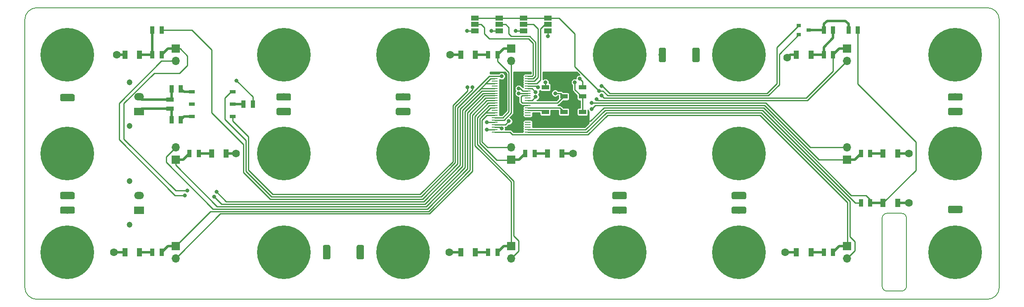
<source format=gbr>
%TF.GenerationSoftware,KiCad,Pcbnew,(5.0.0-rc2-dev-733-g23a9fcd91)*%
%TF.CreationDate,2018-05-26T11:51:58+02:00*%
%TF.ProjectId,CellsBoard,43656C6C73426F6172642E6B69636164,rev?*%
%TF.SameCoordinates,Original*%
%TF.FileFunction,Copper,L1,Top,Signal*%
%TF.FilePolarity,Positive*%
%FSLAX46Y46*%
G04 Gerber Fmt 4.6, Leading zero omitted, Abs format (unit mm)*
G04 Created by KiCad (PCBNEW (5.0.0-rc2-dev-733-g23a9fcd91)) date 05/26/18 11:51:58*
%MOMM*%
%LPD*%
G01*
G04 APERTURE LIST*
%ADD10C,0.150000*%
%ADD11O,2.000000X1.500000*%
%ADD12R,2.000000X1.500000*%
%ADD13C,1.200000*%
%ADD14R,1.250000X0.250000*%
%ADD15C,11.000000*%
%ADD16C,0.900000*%
%ADD17C,1.500000*%
%ADD18R,1.300000X0.750000*%
%ADD19O,1.700000X1.700000*%
%ADD20R,1.700000X1.700000*%
%ADD21R,1.500000X0.970000*%
%ADD22R,0.970000X1.500000*%
%ADD23R,1.070000X1.800000*%
%ADD24R,1.500000X1.000000*%
%ADD25R,0.900000X0.800000*%
%ADD26C,0.800000*%
%ADD27C,1.600000*%
%ADD28C,0.250000*%
%ADD29C,0.500000*%
G04 APERTURE END LIST*
D10*
X226950000Y-132300000D02*
X229950000Y-132300000D01*
X225950000Y-147300000D02*
X225950000Y-133300000D01*
X229950000Y-148300000D02*
X226950000Y-148300000D01*
X230950000Y-133300000D02*
X230950000Y-147300000D01*
X226950000Y-148300000D02*
G75*
G02X225950000Y-147300000I0J1000000D01*
G01*
X225950000Y-133300000D02*
G75*
G02X226950000Y-132300000I1000000J0D01*
G01*
X229950000Y-132300000D02*
G75*
G02X230950000Y-133300000I0J-1000000D01*
G01*
X230950000Y-147300000D02*
G75*
G02X229950000Y-148300000I-1000000J0D01*
G01*
X247500000Y-90000000D02*
X52500000Y-90000000D01*
X247500000Y-90000000D02*
G75*
G02X250000000Y-92500000I0J-2500000D01*
G01*
X250000000Y-147500000D02*
X250000000Y-92500000D01*
X250000000Y-147500000D02*
G75*
G02X247500000Y-150000000I-2500000J0D01*
G01*
X52500000Y-150000000D02*
X247500000Y-150000000D01*
X52500000Y-150000000D02*
G75*
G02X50000000Y-147500000I0J2500000D01*
G01*
X50000000Y-92500000D02*
X50000000Y-147500000D01*
X50000000Y-92500000D02*
G75*
G02X52500000Y-90000000I2500000J0D01*
G01*
D11*
X73450000Y-108350000D03*
D12*
X73450000Y-111350000D03*
D13*
X71490000Y-105350000D03*
X71490000Y-114350000D03*
D11*
X73450000Y-128650000D03*
D12*
X73450000Y-131650000D03*
D13*
X71490000Y-125650000D03*
X71490000Y-134650000D03*
D14*
X153225000Y-104100000D03*
X146475000Y-104100000D03*
X153225000Y-104600000D03*
X146475000Y-104600000D03*
X153225000Y-105100000D03*
X146475000Y-105100000D03*
X153225000Y-105600000D03*
X146475000Y-105600000D03*
X153225000Y-106100000D03*
X146475000Y-106100000D03*
X153225000Y-106600000D03*
X146475000Y-106600000D03*
X153225000Y-107100000D03*
X146475000Y-107100000D03*
X153225000Y-107600000D03*
X146475000Y-107600000D03*
X153225000Y-108100000D03*
X146475000Y-108100000D03*
X153225000Y-108600000D03*
X146475000Y-108600000D03*
X153225000Y-109100000D03*
X146475000Y-109100000D03*
X153225000Y-109600000D03*
X146475000Y-109600000D03*
X153225000Y-110100000D03*
X146475000Y-110100000D03*
X153225000Y-110600000D03*
X146475000Y-110600000D03*
X153225000Y-111100000D03*
X146475000Y-111100000D03*
X153225000Y-111600000D03*
X146475000Y-111600000D03*
X153225000Y-112100000D03*
X146475000Y-112100000D03*
X153225000Y-112600000D03*
X146475000Y-112600000D03*
X153225000Y-113100000D03*
X146475000Y-113100000D03*
X153225000Y-113600000D03*
X146475000Y-113600000D03*
X153225000Y-114100000D03*
X146475000Y-114100000D03*
X153225000Y-114600000D03*
X146475000Y-114600000D03*
X153225000Y-115100000D03*
X146475000Y-115100000D03*
X153225000Y-115600000D03*
X146475000Y-115600000D03*
D15*
X240950000Y-140300000D03*
D16*
X240950000Y-136175000D03*
X243876815Y-137373185D03*
X245075000Y-140300000D03*
X243876815Y-143226815D03*
X240950000Y-144425000D03*
X238023185Y-143226815D03*
X236825000Y-140300000D03*
X238023185Y-137373185D03*
D10*
G36*
X242111756Y-130751806D02*
X242148159Y-130757206D01*
X242183857Y-130766147D01*
X242218506Y-130778545D01*
X242251774Y-130794280D01*
X242283339Y-130813199D01*
X242312897Y-130835121D01*
X242340165Y-130859835D01*
X242364879Y-130887103D01*
X242386801Y-130916661D01*
X242405720Y-130948226D01*
X242421455Y-130981494D01*
X242433853Y-131016143D01*
X242442794Y-131051841D01*
X242448194Y-131088244D01*
X242450000Y-131125000D01*
X242450000Y-131875000D01*
X242448194Y-131911756D01*
X242442794Y-131948159D01*
X242433853Y-131983857D01*
X242421455Y-132018506D01*
X242405720Y-132051774D01*
X242386801Y-132083339D01*
X242364879Y-132112897D01*
X242340165Y-132140165D01*
X242312897Y-132164879D01*
X242283339Y-132186801D01*
X242251774Y-132205720D01*
X242218506Y-132221455D01*
X242183857Y-132233853D01*
X242148159Y-132242794D01*
X242111756Y-132248194D01*
X242075000Y-132250000D01*
X239825000Y-132250000D01*
X239788244Y-132248194D01*
X239751841Y-132242794D01*
X239716143Y-132233853D01*
X239681494Y-132221455D01*
X239648226Y-132205720D01*
X239616661Y-132186801D01*
X239587103Y-132164879D01*
X239559835Y-132140165D01*
X239535121Y-132112897D01*
X239513199Y-132083339D01*
X239494280Y-132051774D01*
X239478545Y-132018506D01*
X239466147Y-131983857D01*
X239457206Y-131948159D01*
X239451806Y-131911756D01*
X239450000Y-131875000D01*
X239450000Y-131125000D01*
X239451806Y-131088244D01*
X239457206Y-131051841D01*
X239466147Y-131016143D01*
X239478545Y-130981494D01*
X239494280Y-130948226D01*
X239513199Y-130916661D01*
X239535121Y-130887103D01*
X239559835Y-130859835D01*
X239587103Y-130835121D01*
X239616661Y-130813199D01*
X239648226Y-130794280D01*
X239681494Y-130778545D01*
X239716143Y-130766147D01*
X239751841Y-130757206D01*
X239788244Y-130751806D01*
X239825000Y-130750000D01*
X242075000Y-130750000D01*
X242111756Y-130751806D01*
X242111756Y-130751806D01*
G37*
D17*
X240950000Y-131500000D03*
D10*
G36*
X112361756Y-138801806D02*
X112398159Y-138807206D01*
X112433857Y-138816147D01*
X112468506Y-138828545D01*
X112501774Y-138844280D01*
X112533339Y-138863199D01*
X112562897Y-138885121D01*
X112590165Y-138909835D01*
X112614879Y-138937103D01*
X112636801Y-138966661D01*
X112655720Y-138998226D01*
X112671455Y-139031494D01*
X112683853Y-139066143D01*
X112692794Y-139101841D01*
X112698194Y-139138244D01*
X112700000Y-139175000D01*
X112700000Y-141425000D01*
X112698194Y-141461756D01*
X112692794Y-141498159D01*
X112683853Y-141533857D01*
X112671455Y-141568506D01*
X112655720Y-141601774D01*
X112636801Y-141633339D01*
X112614879Y-141662897D01*
X112590165Y-141690165D01*
X112562897Y-141714879D01*
X112533339Y-141736801D01*
X112501774Y-141755720D01*
X112468506Y-141771455D01*
X112433857Y-141783853D01*
X112398159Y-141792794D01*
X112361756Y-141798194D01*
X112325000Y-141800000D01*
X111575000Y-141800000D01*
X111538244Y-141798194D01*
X111501841Y-141792794D01*
X111466143Y-141783853D01*
X111431494Y-141771455D01*
X111398226Y-141755720D01*
X111366661Y-141736801D01*
X111337103Y-141714879D01*
X111309835Y-141690165D01*
X111285121Y-141662897D01*
X111263199Y-141633339D01*
X111244280Y-141601774D01*
X111228545Y-141568506D01*
X111216147Y-141533857D01*
X111207206Y-141498159D01*
X111201806Y-141461756D01*
X111200000Y-141425000D01*
X111200000Y-139175000D01*
X111201806Y-139138244D01*
X111207206Y-139101841D01*
X111216147Y-139066143D01*
X111228545Y-139031494D01*
X111244280Y-138998226D01*
X111263199Y-138966661D01*
X111285121Y-138937103D01*
X111309835Y-138909835D01*
X111337103Y-138885121D01*
X111366661Y-138863199D01*
X111398226Y-138844280D01*
X111431494Y-138828545D01*
X111466143Y-138816147D01*
X111501841Y-138807206D01*
X111538244Y-138801806D01*
X111575000Y-138800000D01*
X112325000Y-138800000D01*
X112361756Y-138801806D01*
X112361756Y-138801806D01*
G37*
D17*
X111950000Y-140300000D03*
D10*
G36*
X119261756Y-138801806D02*
X119298159Y-138807206D01*
X119333857Y-138816147D01*
X119368506Y-138828545D01*
X119401774Y-138844280D01*
X119433339Y-138863199D01*
X119462897Y-138885121D01*
X119490165Y-138909835D01*
X119514879Y-138937103D01*
X119536801Y-138966661D01*
X119555720Y-138998226D01*
X119571455Y-139031494D01*
X119583853Y-139066143D01*
X119592794Y-139101841D01*
X119598194Y-139138244D01*
X119600000Y-139175000D01*
X119600000Y-141425000D01*
X119598194Y-141461756D01*
X119592794Y-141498159D01*
X119583853Y-141533857D01*
X119571455Y-141568506D01*
X119555720Y-141601774D01*
X119536801Y-141633339D01*
X119514879Y-141662897D01*
X119490165Y-141690165D01*
X119462897Y-141714879D01*
X119433339Y-141736801D01*
X119401774Y-141755720D01*
X119368506Y-141771455D01*
X119333857Y-141783853D01*
X119298159Y-141792794D01*
X119261756Y-141798194D01*
X119225000Y-141800000D01*
X118475000Y-141800000D01*
X118438244Y-141798194D01*
X118401841Y-141792794D01*
X118366143Y-141783853D01*
X118331494Y-141771455D01*
X118298226Y-141755720D01*
X118266661Y-141736801D01*
X118237103Y-141714879D01*
X118209835Y-141690165D01*
X118185121Y-141662897D01*
X118163199Y-141633339D01*
X118144280Y-141601774D01*
X118128545Y-141568506D01*
X118116147Y-141533857D01*
X118107206Y-141498159D01*
X118101806Y-141461756D01*
X118100000Y-141425000D01*
X118100000Y-139175000D01*
X118101806Y-139138244D01*
X118107206Y-139101841D01*
X118116147Y-139066143D01*
X118128545Y-139031494D01*
X118144280Y-138998226D01*
X118163199Y-138966661D01*
X118185121Y-138937103D01*
X118209835Y-138909835D01*
X118237103Y-138885121D01*
X118266661Y-138863199D01*
X118298226Y-138844280D01*
X118331494Y-138828545D01*
X118366143Y-138816147D01*
X118401841Y-138807206D01*
X118438244Y-138801806D01*
X118475000Y-138800000D01*
X119225000Y-138800000D01*
X119261756Y-138801806D01*
X119261756Y-138801806D01*
G37*
D17*
X118850000Y-140300000D03*
D15*
X127650000Y-140300000D03*
D16*
X124723185Y-143226815D03*
X127650000Y-136175000D03*
X130576815Y-143226815D03*
X130576815Y-137373185D03*
X124723185Y-137373185D03*
X127650000Y-144425000D03*
X123525000Y-140300000D03*
X131775000Y-140300000D03*
X106076815Y-137373185D03*
X103150000Y-136175000D03*
X100223185Y-137373185D03*
X99025000Y-140300000D03*
X100223185Y-143226815D03*
X103150000Y-144425000D03*
X106076815Y-143226815D03*
X107275000Y-140300000D03*
D15*
X103150000Y-140300000D03*
D10*
G36*
X181261756Y-98201806D02*
X181298159Y-98207206D01*
X181333857Y-98216147D01*
X181368506Y-98228545D01*
X181401774Y-98244280D01*
X181433339Y-98263199D01*
X181462897Y-98285121D01*
X181490165Y-98309835D01*
X181514879Y-98337103D01*
X181536801Y-98366661D01*
X181555720Y-98398226D01*
X181571455Y-98431494D01*
X181583853Y-98466143D01*
X181592794Y-98501841D01*
X181598194Y-98538244D01*
X181600000Y-98575000D01*
X181600000Y-100825000D01*
X181598194Y-100861756D01*
X181592794Y-100898159D01*
X181583853Y-100933857D01*
X181571455Y-100968506D01*
X181555720Y-101001774D01*
X181536801Y-101033339D01*
X181514879Y-101062897D01*
X181490165Y-101090165D01*
X181462897Y-101114879D01*
X181433339Y-101136801D01*
X181401774Y-101155720D01*
X181368506Y-101171455D01*
X181333857Y-101183853D01*
X181298159Y-101192794D01*
X181261756Y-101198194D01*
X181225000Y-101200000D01*
X180475000Y-101200000D01*
X180438244Y-101198194D01*
X180401841Y-101192794D01*
X180366143Y-101183853D01*
X180331494Y-101171455D01*
X180298226Y-101155720D01*
X180266661Y-101136801D01*
X180237103Y-101114879D01*
X180209835Y-101090165D01*
X180185121Y-101062897D01*
X180163199Y-101033339D01*
X180144280Y-101001774D01*
X180128545Y-100968506D01*
X180116147Y-100933857D01*
X180107206Y-100898159D01*
X180101806Y-100861756D01*
X180100000Y-100825000D01*
X180100000Y-98575000D01*
X180101806Y-98538244D01*
X180107206Y-98501841D01*
X180116147Y-98466143D01*
X180128545Y-98431494D01*
X180144280Y-98398226D01*
X180163199Y-98366661D01*
X180185121Y-98337103D01*
X180209835Y-98309835D01*
X180237103Y-98285121D01*
X180266661Y-98263199D01*
X180298226Y-98244280D01*
X180331494Y-98228545D01*
X180366143Y-98216147D01*
X180401841Y-98207206D01*
X180438244Y-98201806D01*
X180475000Y-98200000D01*
X181225000Y-98200000D01*
X181261756Y-98201806D01*
X181261756Y-98201806D01*
G37*
D17*
X180850000Y-99700000D03*
D10*
G36*
X188161756Y-98201806D02*
X188198159Y-98207206D01*
X188233857Y-98216147D01*
X188268506Y-98228545D01*
X188301774Y-98244280D01*
X188333339Y-98263199D01*
X188362897Y-98285121D01*
X188390165Y-98309835D01*
X188414879Y-98337103D01*
X188436801Y-98366661D01*
X188455720Y-98398226D01*
X188471455Y-98431494D01*
X188483853Y-98466143D01*
X188492794Y-98501841D01*
X188498194Y-98538244D01*
X188500000Y-98575000D01*
X188500000Y-100825000D01*
X188498194Y-100861756D01*
X188492794Y-100898159D01*
X188483853Y-100933857D01*
X188471455Y-100968506D01*
X188455720Y-101001774D01*
X188436801Y-101033339D01*
X188414879Y-101062897D01*
X188390165Y-101090165D01*
X188362897Y-101114879D01*
X188333339Y-101136801D01*
X188301774Y-101155720D01*
X188268506Y-101171455D01*
X188233857Y-101183853D01*
X188198159Y-101192794D01*
X188161756Y-101198194D01*
X188125000Y-101200000D01*
X187375000Y-101200000D01*
X187338244Y-101198194D01*
X187301841Y-101192794D01*
X187266143Y-101183853D01*
X187231494Y-101171455D01*
X187198226Y-101155720D01*
X187166661Y-101136801D01*
X187137103Y-101114879D01*
X187109835Y-101090165D01*
X187085121Y-101062897D01*
X187063199Y-101033339D01*
X187044280Y-101001774D01*
X187028545Y-100968506D01*
X187016147Y-100933857D01*
X187007206Y-100898159D01*
X187001806Y-100861756D01*
X187000000Y-100825000D01*
X187000000Y-98575000D01*
X187001806Y-98538244D01*
X187007206Y-98501841D01*
X187016147Y-98466143D01*
X187028545Y-98431494D01*
X187044280Y-98398226D01*
X187063199Y-98366661D01*
X187085121Y-98337103D01*
X187109835Y-98309835D01*
X187137103Y-98285121D01*
X187166661Y-98263199D01*
X187198226Y-98244280D01*
X187231494Y-98228545D01*
X187266143Y-98216147D01*
X187301841Y-98207206D01*
X187338244Y-98201806D01*
X187375000Y-98200000D01*
X188125000Y-98200000D01*
X188161756Y-98201806D01*
X188161756Y-98201806D01*
G37*
D17*
X187750000Y-99700000D03*
D15*
X196550000Y-99700000D03*
D16*
X193623185Y-102626815D03*
X196550000Y-95575000D03*
X199476815Y-102626815D03*
X199476815Y-96773185D03*
X193623185Y-96773185D03*
X196550000Y-103825000D03*
X192425000Y-99700000D03*
X200675000Y-99700000D03*
X174976815Y-96773185D03*
X172050000Y-95575000D03*
X169123185Y-96773185D03*
X167925000Y-99700000D03*
X169123185Y-102626815D03*
X172050000Y-103825000D03*
X174976815Y-102626815D03*
X176175000Y-99700000D03*
D15*
X172050000Y-99700000D03*
D10*
G36*
X104311756Y-110601806D02*
X104348159Y-110607206D01*
X104383857Y-110616147D01*
X104418506Y-110628545D01*
X104451774Y-110644280D01*
X104483339Y-110663199D01*
X104512897Y-110685121D01*
X104540165Y-110709835D01*
X104564879Y-110737103D01*
X104586801Y-110766661D01*
X104605720Y-110798226D01*
X104621455Y-110831494D01*
X104633853Y-110866143D01*
X104642794Y-110901841D01*
X104648194Y-110938244D01*
X104650000Y-110975000D01*
X104650000Y-111725000D01*
X104648194Y-111761756D01*
X104642794Y-111798159D01*
X104633853Y-111833857D01*
X104621455Y-111868506D01*
X104605720Y-111901774D01*
X104586801Y-111933339D01*
X104564879Y-111962897D01*
X104540165Y-111990165D01*
X104512897Y-112014879D01*
X104483339Y-112036801D01*
X104451774Y-112055720D01*
X104418506Y-112071455D01*
X104383857Y-112083853D01*
X104348159Y-112092794D01*
X104311756Y-112098194D01*
X104275000Y-112100000D01*
X102025000Y-112100000D01*
X101988244Y-112098194D01*
X101951841Y-112092794D01*
X101916143Y-112083853D01*
X101881494Y-112071455D01*
X101848226Y-112055720D01*
X101816661Y-112036801D01*
X101787103Y-112014879D01*
X101759835Y-111990165D01*
X101735121Y-111962897D01*
X101713199Y-111933339D01*
X101694280Y-111901774D01*
X101678545Y-111868506D01*
X101666147Y-111833857D01*
X101657206Y-111798159D01*
X101651806Y-111761756D01*
X101650000Y-111725000D01*
X101650000Y-110975000D01*
X101651806Y-110938244D01*
X101657206Y-110901841D01*
X101666147Y-110866143D01*
X101678545Y-110831494D01*
X101694280Y-110798226D01*
X101713199Y-110766661D01*
X101735121Y-110737103D01*
X101759835Y-110709835D01*
X101787103Y-110685121D01*
X101816661Y-110663199D01*
X101848226Y-110644280D01*
X101881494Y-110628545D01*
X101916143Y-110616147D01*
X101951841Y-110607206D01*
X101988244Y-110601806D01*
X102025000Y-110600000D01*
X104275000Y-110600000D01*
X104311756Y-110601806D01*
X104311756Y-110601806D01*
G37*
D17*
X103150000Y-111350000D03*
D10*
G36*
X104311756Y-107601806D02*
X104348159Y-107607206D01*
X104383857Y-107616147D01*
X104418506Y-107628545D01*
X104451774Y-107644280D01*
X104483339Y-107663199D01*
X104512897Y-107685121D01*
X104540165Y-107709835D01*
X104564879Y-107737103D01*
X104586801Y-107766661D01*
X104605720Y-107798226D01*
X104621455Y-107831494D01*
X104633853Y-107866143D01*
X104642794Y-107901841D01*
X104648194Y-107938244D01*
X104650000Y-107975000D01*
X104650000Y-108725000D01*
X104648194Y-108761756D01*
X104642794Y-108798159D01*
X104633853Y-108833857D01*
X104621455Y-108868506D01*
X104605720Y-108901774D01*
X104586801Y-108933339D01*
X104564879Y-108962897D01*
X104540165Y-108990165D01*
X104512897Y-109014879D01*
X104483339Y-109036801D01*
X104451774Y-109055720D01*
X104418506Y-109071455D01*
X104383857Y-109083853D01*
X104348159Y-109092794D01*
X104311756Y-109098194D01*
X104275000Y-109100000D01*
X102025000Y-109100000D01*
X101988244Y-109098194D01*
X101951841Y-109092794D01*
X101916143Y-109083853D01*
X101881494Y-109071455D01*
X101848226Y-109055720D01*
X101816661Y-109036801D01*
X101787103Y-109014879D01*
X101759835Y-108990165D01*
X101735121Y-108962897D01*
X101713199Y-108933339D01*
X101694280Y-108901774D01*
X101678545Y-108868506D01*
X101666147Y-108833857D01*
X101657206Y-108798159D01*
X101651806Y-108761756D01*
X101650000Y-108725000D01*
X101650000Y-107975000D01*
X101651806Y-107938244D01*
X101657206Y-107901841D01*
X101666147Y-107866143D01*
X101678545Y-107831494D01*
X101694280Y-107798226D01*
X101713199Y-107766661D01*
X101735121Y-107737103D01*
X101759835Y-107709835D01*
X101787103Y-107685121D01*
X101816661Y-107663199D01*
X101848226Y-107644280D01*
X101881494Y-107628545D01*
X101916143Y-107616147D01*
X101951841Y-107607206D01*
X101988244Y-107601806D01*
X102025000Y-107600000D01*
X104275000Y-107600000D01*
X104311756Y-107601806D01*
X104311756Y-107601806D01*
G37*
D17*
X103150000Y-108350000D03*
D15*
X103150000Y-99700000D03*
D16*
X106076815Y-102626815D03*
X99025000Y-99700000D03*
X106076815Y-96773185D03*
X100223185Y-96773185D03*
X100223185Y-102626815D03*
X107275000Y-99700000D03*
X103150000Y-103825000D03*
X103150000Y-95575000D03*
X100223185Y-117073185D03*
X99025000Y-120000000D03*
X100223185Y-122926815D03*
X103150000Y-124125000D03*
X106076815Y-122926815D03*
X107275000Y-120000000D03*
X106076815Y-117073185D03*
X103150000Y-115875000D03*
D15*
X103150000Y-120000000D03*
D10*
G36*
X59911756Y-130901806D02*
X59948159Y-130907206D01*
X59983857Y-130916147D01*
X60018506Y-130928545D01*
X60051774Y-130944280D01*
X60083339Y-130963199D01*
X60112897Y-130985121D01*
X60140165Y-131009835D01*
X60164879Y-131037103D01*
X60186801Y-131066661D01*
X60205720Y-131098226D01*
X60221455Y-131131494D01*
X60233853Y-131166143D01*
X60242794Y-131201841D01*
X60248194Y-131238244D01*
X60250000Y-131275000D01*
X60250000Y-132025000D01*
X60248194Y-132061756D01*
X60242794Y-132098159D01*
X60233853Y-132133857D01*
X60221455Y-132168506D01*
X60205720Y-132201774D01*
X60186801Y-132233339D01*
X60164879Y-132262897D01*
X60140165Y-132290165D01*
X60112897Y-132314879D01*
X60083339Y-132336801D01*
X60051774Y-132355720D01*
X60018506Y-132371455D01*
X59983857Y-132383853D01*
X59948159Y-132392794D01*
X59911756Y-132398194D01*
X59875000Y-132400000D01*
X57625000Y-132400000D01*
X57588244Y-132398194D01*
X57551841Y-132392794D01*
X57516143Y-132383853D01*
X57481494Y-132371455D01*
X57448226Y-132355720D01*
X57416661Y-132336801D01*
X57387103Y-132314879D01*
X57359835Y-132290165D01*
X57335121Y-132262897D01*
X57313199Y-132233339D01*
X57294280Y-132201774D01*
X57278545Y-132168506D01*
X57266147Y-132133857D01*
X57257206Y-132098159D01*
X57251806Y-132061756D01*
X57250000Y-132025000D01*
X57250000Y-131275000D01*
X57251806Y-131238244D01*
X57257206Y-131201841D01*
X57266147Y-131166143D01*
X57278545Y-131131494D01*
X57294280Y-131098226D01*
X57313199Y-131066661D01*
X57335121Y-131037103D01*
X57359835Y-131009835D01*
X57387103Y-130985121D01*
X57416661Y-130963199D01*
X57448226Y-130944280D01*
X57481494Y-130928545D01*
X57516143Y-130916147D01*
X57551841Y-130907206D01*
X57588244Y-130901806D01*
X57625000Y-130900000D01*
X59875000Y-130900000D01*
X59911756Y-130901806D01*
X59911756Y-130901806D01*
G37*
D17*
X58750000Y-131650000D03*
D10*
G36*
X59911756Y-127901806D02*
X59948159Y-127907206D01*
X59983857Y-127916147D01*
X60018506Y-127928545D01*
X60051774Y-127944280D01*
X60083339Y-127963199D01*
X60112897Y-127985121D01*
X60140165Y-128009835D01*
X60164879Y-128037103D01*
X60186801Y-128066661D01*
X60205720Y-128098226D01*
X60221455Y-128131494D01*
X60233853Y-128166143D01*
X60242794Y-128201841D01*
X60248194Y-128238244D01*
X60250000Y-128275000D01*
X60250000Y-129025000D01*
X60248194Y-129061756D01*
X60242794Y-129098159D01*
X60233853Y-129133857D01*
X60221455Y-129168506D01*
X60205720Y-129201774D01*
X60186801Y-129233339D01*
X60164879Y-129262897D01*
X60140165Y-129290165D01*
X60112897Y-129314879D01*
X60083339Y-129336801D01*
X60051774Y-129355720D01*
X60018506Y-129371455D01*
X59983857Y-129383853D01*
X59948159Y-129392794D01*
X59911756Y-129398194D01*
X59875000Y-129400000D01*
X57625000Y-129400000D01*
X57588244Y-129398194D01*
X57551841Y-129392794D01*
X57516143Y-129383853D01*
X57481494Y-129371455D01*
X57448226Y-129355720D01*
X57416661Y-129336801D01*
X57387103Y-129314879D01*
X57359835Y-129290165D01*
X57335121Y-129262897D01*
X57313199Y-129233339D01*
X57294280Y-129201774D01*
X57278545Y-129168506D01*
X57266147Y-129133857D01*
X57257206Y-129098159D01*
X57251806Y-129061756D01*
X57250000Y-129025000D01*
X57250000Y-128275000D01*
X57251806Y-128238244D01*
X57257206Y-128201841D01*
X57266147Y-128166143D01*
X57278545Y-128131494D01*
X57294280Y-128098226D01*
X57313199Y-128066661D01*
X57335121Y-128037103D01*
X57359835Y-128009835D01*
X57387103Y-127985121D01*
X57416661Y-127963199D01*
X57448226Y-127944280D01*
X57481494Y-127928545D01*
X57516143Y-127916147D01*
X57551841Y-127907206D01*
X57588244Y-127901806D01*
X57625000Y-127900000D01*
X59875000Y-127900000D01*
X59911756Y-127901806D01*
X59911756Y-127901806D01*
G37*
D17*
X58750000Y-128650000D03*
D15*
X58750000Y-120000000D03*
D16*
X61676815Y-122926815D03*
X54625000Y-120000000D03*
X61676815Y-117073185D03*
X55823185Y-117073185D03*
X55823185Y-122926815D03*
X62875000Y-120000000D03*
X58750000Y-124125000D03*
X58750000Y-115875000D03*
X55823185Y-137373185D03*
X54625000Y-140300000D03*
X55823185Y-143226815D03*
X58750000Y-144425000D03*
X61676815Y-143226815D03*
X62875000Y-140300000D03*
X61676815Y-137373185D03*
X58750000Y-136175000D03*
D15*
X58750000Y-140300000D03*
D10*
G36*
X173211756Y-127901806D02*
X173248159Y-127907206D01*
X173283857Y-127916147D01*
X173318506Y-127928545D01*
X173351774Y-127944280D01*
X173383339Y-127963199D01*
X173412897Y-127985121D01*
X173440165Y-128009835D01*
X173464879Y-128037103D01*
X173486801Y-128066661D01*
X173505720Y-128098226D01*
X173521455Y-128131494D01*
X173533853Y-128166143D01*
X173542794Y-128201841D01*
X173548194Y-128238244D01*
X173550000Y-128275000D01*
X173550000Y-129025000D01*
X173548194Y-129061756D01*
X173542794Y-129098159D01*
X173533853Y-129133857D01*
X173521455Y-129168506D01*
X173505720Y-129201774D01*
X173486801Y-129233339D01*
X173464879Y-129262897D01*
X173440165Y-129290165D01*
X173412897Y-129314879D01*
X173383339Y-129336801D01*
X173351774Y-129355720D01*
X173318506Y-129371455D01*
X173283857Y-129383853D01*
X173248159Y-129392794D01*
X173211756Y-129398194D01*
X173175000Y-129400000D01*
X170925000Y-129400000D01*
X170888244Y-129398194D01*
X170851841Y-129392794D01*
X170816143Y-129383853D01*
X170781494Y-129371455D01*
X170748226Y-129355720D01*
X170716661Y-129336801D01*
X170687103Y-129314879D01*
X170659835Y-129290165D01*
X170635121Y-129262897D01*
X170613199Y-129233339D01*
X170594280Y-129201774D01*
X170578545Y-129168506D01*
X170566147Y-129133857D01*
X170557206Y-129098159D01*
X170551806Y-129061756D01*
X170550000Y-129025000D01*
X170550000Y-128275000D01*
X170551806Y-128238244D01*
X170557206Y-128201841D01*
X170566147Y-128166143D01*
X170578545Y-128131494D01*
X170594280Y-128098226D01*
X170613199Y-128066661D01*
X170635121Y-128037103D01*
X170659835Y-128009835D01*
X170687103Y-127985121D01*
X170716661Y-127963199D01*
X170748226Y-127944280D01*
X170781494Y-127928545D01*
X170816143Y-127916147D01*
X170851841Y-127907206D01*
X170888244Y-127901806D01*
X170925000Y-127900000D01*
X173175000Y-127900000D01*
X173211756Y-127901806D01*
X173211756Y-127901806D01*
G37*
D17*
X172050000Y-128650000D03*
D10*
G36*
X173211756Y-130901806D02*
X173248159Y-130907206D01*
X173283857Y-130916147D01*
X173318506Y-130928545D01*
X173351774Y-130944280D01*
X173383339Y-130963199D01*
X173412897Y-130985121D01*
X173440165Y-131009835D01*
X173464879Y-131037103D01*
X173486801Y-131066661D01*
X173505720Y-131098226D01*
X173521455Y-131131494D01*
X173533853Y-131166143D01*
X173542794Y-131201841D01*
X173548194Y-131238244D01*
X173550000Y-131275000D01*
X173550000Y-132025000D01*
X173548194Y-132061756D01*
X173542794Y-132098159D01*
X173533853Y-132133857D01*
X173521455Y-132168506D01*
X173505720Y-132201774D01*
X173486801Y-132233339D01*
X173464879Y-132262897D01*
X173440165Y-132290165D01*
X173412897Y-132314879D01*
X173383339Y-132336801D01*
X173351774Y-132355720D01*
X173318506Y-132371455D01*
X173283857Y-132383853D01*
X173248159Y-132392794D01*
X173211756Y-132398194D01*
X173175000Y-132400000D01*
X170925000Y-132400000D01*
X170888244Y-132398194D01*
X170851841Y-132392794D01*
X170816143Y-132383853D01*
X170781494Y-132371455D01*
X170748226Y-132355720D01*
X170716661Y-132336801D01*
X170687103Y-132314879D01*
X170659835Y-132290165D01*
X170635121Y-132262897D01*
X170613199Y-132233339D01*
X170594280Y-132201774D01*
X170578545Y-132168506D01*
X170566147Y-132133857D01*
X170557206Y-132098159D01*
X170551806Y-132061756D01*
X170550000Y-132025000D01*
X170550000Y-131275000D01*
X170551806Y-131238244D01*
X170557206Y-131201841D01*
X170566147Y-131166143D01*
X170578545Y-131131494D01*
X170594280Y-131098226D01*
X170613199Y-131066661D01*
X170635121Y-131037103D01*
X170659835Y-131009835D01*
X170687103Y-130985121D01*
X170716661Y-130963199D01*
X170748226Y-130944280D01*
X170781494Y-130928545D01*
X170816143Y-130916147D01*
X170851841Y-130907206D01*
X170888244Y-130901806D01*
X170925000Y-130900000D01*
X173175000Y-130900000D01*
X173211756Y-130901806D01*
X173211756Y-130901806D01*
G37*
D17*
X172050000Y-131650000D03*
D15*
X172050000Y-140300000D03*
D16*
X169123185Y-137373185D03*
X176175000Y-140300000D03*
X169123185Y-143226815D03*
X174976815Y-143226815D03*
X174976815Y-137373185D03*
X167925000Y-140300000D03*
X172050000Y-136175000D03*
X172050000Y-144425000D03*
X174976815Y-122926815D03*
X176175000Y-120000000D03*
X174976815Y-117073185D03*
X172050000Y-115875000D03*
X169123185Y-117073185D03*
X167925000Y-120000000D03*
X169123185Y-122926815D03*
X172050000Y-124125000D03*
D15*
X172050000Y-120000000D03*
D10*
G36*
X128811756Y-107601806D02*
X128848159Y-107607206D01*
X128883857Y-107616147D01*
X128918506Y-107628545D01*
X128951774Y-107644280D01*
X128983339Y-107663199D01*
X129012897Y-107685121D01*
X129040165Y-107709835D01*
X129064879Y-107737103D01*
X129086801Y-107766661D01*
X129105720Y-107798226D01*
X129121455Y-107831494D01*
X129133853Y-107866143D01*
X129142794Y-107901841D01*
X129148194Y-107938244D01*
X129150000Y-107975000D01*
X129150000Y-108725000D01*
X129148194Y-108761756D01*
X129142794Y-108798159D01*
X129133853Y-108833857D01*
X129121455Y-108868506D01*
X129105720Y-108901774D01*
X129086801Y-108933339D01*
X129064879Y-108962897D01*
X129040165Y-108990165D01*
X129012897Y-109014879D01*
X128983339Y-109036801D01*
X128951774Y-109055720D01*
X128918506Y-109071455D01*
X128883857Y-109083853D01*
X128848159Y-109092794D01*
X128811756Y-109098194D01*
X128775000Y-109100000D01*
X126525000Y-109100000D01*
X126488244Y-109098194D01*
X126451841Y-109092794D01*
X126416143Y-109083853D01*
X126381494Y-109071455D01*
X126348226Y-109055720D01*
X126316661Y-109036801D01*
X126287103Y-109014879D01*
X126259835Y-108990165D01*
X126235121Y-108962897D01*
X126213199Y-108933339D01*
X126194280Y-108901774D01*
X126178545Y-108868506D01*
X126166147Y-108833857D01*
X126157206Y-108798159D01*
X126151806Y-108761756D01*
X126150000Y-108725000D01*
X126150000Y-107975000D01*
X126151806Y-107938244D01*
X126157206Y-107901841D01*
X126166147Y-107866143D01*
X126178545Y-107831494D01*
X126194280Y-107798226D01*
X126213199Y-107766661D01*
X126235121Y-107737103D01*
X126259835Y-107709835D01*
X126287103Y-107685121D01*
X126316661Y-107663199D01*
X126348226Y-107644280D01*
X126381494Y-107628545D01*
X126416143Y-107616147D01*
X126451841Y-107607206D01*
X126488244Y-107601806D01*
X126525000Y-107600000D01*
X128775000Y-107600000D01*
X128811756Y-107601806D01*
X128811756Y-107601806D01*
G37*
D17*
X127650000Y-108350000D03*
D10*
G36*
X128811756Y-110601806D02*
X128848159Y-110607206D01*
X128883857Y-110616147D01*
X128918506Y-110628545D01*
X128951774Y-110644280D01*
X128983339Y-110663199D01*
X129012897Y-110685121D01*
X129040165Y-110709835D01*
X129064879Y-110737103D01*
X129086801Y-110766661D01*
X129105720Y-110798226D01*
X129121455Y-110831494D01*
X129133853Y-110866143D01*
X129142794Y-110901841D01*
X129148194Y-110938244D01*
X129150000Y-110975000D01*
X129150000Y-111725000D01*
X129148194Y-111761756D01*
X129142794Y-111798159D01*
X129133853Y-111833857D01*
X129121455Y-111868506D01*
X129105720Y-111901774D01*
X129086801Y-111933339D01*
X129064879Y-111962897D01*
X129040165Y-111990165D01*
X129012897Y-112014879D01*
X128983339Y-112036801D01*
X128951774Y-112055720D01*
X128918506Y-112071455D01*
X128883857Y-112083853D01*
X128848159Y-112092794D01*
X128811756Y-112098194D01*
X128775000Y-112100000D01*
X126525000Y-112100000D01*
X126488244Y-112098194D01*
X126451841Y-112092794D01*
X126416143Y-112083853D01*
X126381494Y-112071455D01*
X126348226Y-112055720D01*
X126316661Y-112036801D01*
X126287103Y-112014879D01*
X126259835Y-111990165D01*
X126235121Y-111962897D01*
X126213199Y-111933339D01*
X126194280Y-111901774D01*
X126178545Y-111868506D01*
X126166147Y-111833857D01*
X126157206Y-111798159D01*
X126151806Y-111761756D01*
X126150000Y-111725000D01*
X126150000Y-110975000D01*
X126151806Y-110938244D01*
X126157206Y-110901841D01*
X126166147Y-110866143D01*
X126178545Y-110831494D01*
X126194280Y-110798226D01*
X126213199Y-110766661D01*
X126235121Y-110737103D01*
X126259835Y-110709835D01*
X126287103Y-110685121D01*
X126316661Y-110663199D01*
X126348226Y-110644280D01*
X126381494Y-110628545D01*
X126416143Y-110616147D01*
X126451841Y-110607206D01*
X126488244Y-110601806D01*
X126525000Y-110600000D01*
X128775000Y-110600000D01*
X128811756Y-110601806D01*
X128811756Y-110601806D01*
G37*
D17*
X127650000Y-111350000D03*
D15*
X127650000Y-120000000D03*
D16*
X124723185Y-117073185D03*
X131775000Y-120000000D03*
X124723185Y-122926815D03*
X130576815Y-122926815D03*
X130576815Y-117073185D03*
X123525000Y-120000000D03*
X127650000Y-115875000D03*
X127650000Y-124125000D03*
X130576815Y-102626815D03*
X131775000Y-99700000D03*
X130576815Y-96773185D03*
X127650000Y-95575000D03*
X124723185Y-96773185D03*
X123525000Y-99700000D03*
X124723185Y-102626815D03*
X127650000Y-103825000D03*
D15*
X127650000Y-99700000D03*
D10*
G36*
X242111756Y-110601806D02*
X242148159Y-110607206D01*
X242183857Y-110616147D01*
X242218506Y-110628545D01*
X242251774Y-110644280D01*
X242283339Y-110663199D01*
X242312897Y-110685121D01*
X242340165Y-110709835D01*
X242364879Y-110737103D01*
X242386801Y-110766661D01*
X242405720Y-110798226D01*
X242421455Y-110831494D01*
X242433853Y-110866143D01*
X242442794Y-110901841D01*
X242448194Y-110938244D01*
X242450000Y-110975000D01*
X242450000Y-111725000D01*
X242448194Y-111761756D01*
X242442794Y-111798159D01*
X242433853Y-111833857D01*
X242421455Y-111868506D01*
X242405720Y-111901774D01*
X242386801Y-111933339D01*
X242364879Y-111962897D01*
X242340165Y-111990165D01*
X242312897Y-112014879D01*
X242283339Y-112036801D01*
X242251774Y-112055720D01*
X242218506Y-112071455D01*
X242183857Y-112083853D01*
X242148159Y-112092794D01*
X242111756Y-112098194D01*
X242075000Y-112100000D01*
X239825000Y-112100000D01*
X239788244Y-112098194D01*
X239751841Y-112092794D01*
X239716143Y-112083853D01*
X239681494Y-112071455D01*
X239648226Y-112055720D01*
X239616661Y-112036801D01*
X239587103Y-112014879D01*
X239559835Y-111990165D01*
X239535121Y-111962897D01*
X239513199Y-111933339D01*
X239494280Y-111901774D01*
X239478545Y-111868506D01*
X239466147Y-111833857D01*
X239457206Y-111798159D01*
X239451806Y-111761756D01*
X239450000Y-111725000D01*
X239450000Y-110975000D01*
X239451806Y-110938244D01*
X239457206Y-110901841D01*
X239466147Y-110866143D01*
X239478545Y-110831494D01*
X239494280Y-110798226D01*
X239513199Y-110766661D01*
X239535121Y-110737103D01*
X239559835Y-110709835D01*
X239587103Y-110685121D01*
X239616661Y-110663199D01*
X239648226Y-110644280D01*
X239681494Y-110628545D01*
X239716143Y-110616147D01*
X239751841Y-110607206D01*
X239788244Y-110601806D01*
X239825000Y-110600000D01*
X242075000Y-110600000D01*
X242111756Y-110601806D01*
X242111756Y-110601806D01*
G37*
D17*
X240950000Y-111350000D03*
D10*
G36*
X242111756Y-107601806D02*
X242148159Y-107607206D01*
X242183857Y-107616147D01*
X242218506Y-107628545D01*
X242251774Y-107644280D01*
X242283339Y-107663199D01*
X242312897Y-107685121D01*
X242340165Y-107709835D01*
X242364879Y-107737103D01*
X242386801Y-107766661D01*
X242405720Y-107798226D01*
X242421455Y-107831494D01*
X242433853Y-107866143D01*
X242442794Y-107901841D01*
X242448194Y-107938244D01*
X242450000Y-107975000D01*
X242450000Y-108725000D01*
X242448194Y-108761756D01*
X242442794Y-108798159D01*
X242433853Y-108833857D01*
X242421455Y-108868506D01*
X242405720Y-108901774D01*
X242386801Y-108933339D01*
X242364879Y-108962897D01*
X242340165Y-108990165D01*
X242312897Y-109014879D01*
X242283339Y-109036801D01*
X242251774Y-109055720D01*
X242218506Y-109071455D01*
X242183857Y-109083853D01*
X242148159Y-109092794D01*
X242111756Y-109098194D01*
X242075000Y-109100000D01*
X239825000Y-109100000D01*
X239788244Y-109098194D01*
X239751841Y-109092794D01*
X239716143Y-109083853D01*
X239681494Y-109071455D01*
X239648226Y-109055720D01*
X239616661Y-109036801D01*
X239587103Y-109014879D01*
X239559835Y-108990165D01*
X239535121Y-108962897D01*
X239513199Y-108933339D01*
X239494280Y-108901774D01*
X239478545Y-108868506D01*
X239466147Y-108833857D01*
X239457206Y-108798159D01*
X239451806Y-108761756D01*
X239450000Y-108725000D01*
X239450000Y-107975000D01*
X239451806Y-107938244D01*
X239457206Y-107901841D01*
X239466147Y-107866143D01*
X239478545Y-107831494D01*
X239494280Y-107798226D01*
X239513199Y-107766661D01*
X239535121Y-107737103D01*
X239559835Y-107709835D01*
X239587103Y-107685121D01*
X239616661Y-107663199D01*
X239648226Y-107644280D01*
X239681494Y-107628545D01*
X239716143Y-107616147D01*
X239751841Y-107607206D01*
X239788244Y-107601806D01*
X239825000Y-107600000D01*
X242075000Y-107600000D01*
X242111756Y-107601806D01*
X242111756Y-107601806D01*
G37*
D17*
X240950000Y-108350000D03*
D15*
X240950000Y-99700000D03*
D16*
X243876815Y-102626815D03*
X236825000Y-99700000D03*
X243876815Y-96773185D03*
X238023185Y-96773185D03*
X238023185Y-102626815D03*
X245075000Y-99700000D03*
X240950000Y-103825000D03*
X240950000Y-95575000D03*
X238023185Y-117073185D03*
X236825000Y-120000000D03*
X238023185Y-122926815D03*
X240950000Y-124125000D03*
X243876815Y-122926815D03*
X245075000Y-120000000D03*
X243876815Y-117073185D03*
X240950000Y-115875000D03*
D15*
X240950000Y-120000000D03*
D10*
G36*
X197711756Y-130901806D02*
X197748159Y-130907206D01*
X197783857Y-130916147D01*
X197818506Y-130928545D01*
X197851774Y-130944280D01*
X197883339Y-130963199D01*
X197912897Y-130985121D01*
X197940165Y-131009835D01*
X197964879Y-131037103D01*
X197986801Y-131066661D01*
X198005720Y-131098226D01*
X198021455Y-131131494D01*
X198033853Y-131166143D01*
X198042794Y-131201841D01*
X198048194Y-131238244D01*
X198050000Y-131275000D01*
X198050000Y-132025000D01*
X198048194Y-132061756D01*
X198042794Y-132098159D01*
X198033853Y-132133857D01*
X198021455Y-132168506D01*
X198005720Y-132201774D01*
X197986801Y-132233339D01*
X197964879Y-132262897D01*
X197940165Y-132290165D01*
X197912897Y-132314879D01*
X197883339Y-132336801D01*
X197851774Y-132355720D01*
X197818506Y-132371455D01*
X197783857Y-132383853D01*
X197748159Y-132392794D01*
X197711756Y-132398194D01*
X197675000Y-132400000D01*
X195425000Y-132400000D01*
X195388244Y-132398194D01*
X195351841Y-132392794D01*
X195316143Y-132383853D01*
X195281494Y-132371455D01*
X195248226Y-132355720D01*
X195216661Y-132336801D01*
X195187103Y-132314879D01*
X195159835Y-132290165D01*
X195135121Y-132262897D01*
X195113199Y-132233339D01*
X195094280Y-132201774D01*
X195078545Y-132168506D01*
X195066147Y-132133857D01*
X195057206Y-132098159D01*
X195051806Y-132061756D01*
X195050000Y-132025000D01*
X195050000Y-131275000D01*
X195051806Y-131238244D01*
X195057206Y-131201841D01*
X195066147Y-131166143D01*
X195078545Y-131131494D01*
X195094280Y-131098226D01*
X195113199Y-131066661D01*
X195135121Y-131037103D01*
X195159835Y-131009835D01*
X195187103Y-130985121D01*
X195216661Y-130963199D01*
X195248226Y-130944280D01*
X195281494Y-130928545D01*
X195316143Y-130916147D01*
X195351841Y-130907206D01*
X195388244Y-130901806D01*
X195425000Y-130900000D01*
X197675000Y-130900000D01*
X197711756Y-130901806D01*
X197711756Y-130901806D01*
G37*
D17*
X196550000Y-131650000D03*
D10*
G36*
X197711756Y-127901806D02*
X197748159Y-127907206D01*
X197783857Y-127916147D01*
X197818506Y-127928545D01*
X197851774Y-127944280D01*
X197883339Y-127963199D01*
X197912897Y-127985121D01*
X197940165Y-128009835D01*
X197964879Y-128037103D01*
X197986801Y-128066661D01*
X198005720Y-128098226D01*
X198021455Y-128131494D01*
X198033853Y-128166143D01*
X198042794Y-128201841D01*
X198048194Y-128238244D01*
X198050000Y-128275000D01*
X198050000Y-129025000D01*
X198048194Y-129061756D01*
X198042794Y-129098159D01*
X198033853Y-129133857D01*
X198021455Y-129168506D01*
X198005720Y-129201774D01*
X197986801Y-129233339D01*
X197964879Y-129262897D01*
X197940165Y-129290165D01*
X197912897Y-129314879D01*
X197883339Y-129336801D01*
X197851774Y-129355720D01*
X197818506Y-129371455D01*
X197783857Y-129383853D01*
X197748159Y-129392794D01*
X197711756Y-129398194D01*
X197675000Y-129400000D01*
X195425000Y-129400000D01*
X195388244Y-129398194D01*
X195351841Y-129392794D01*
X195316143Y-129383853D01*
X195281494Y-129371455D01*
X195248226Y-129355720D01*
X195216661Y-129336801D01*
X195187103Y-129314879D01*
X195159835Y-129290165D01*
X195135121Y-129262897D01*
X195113199Y-129233339D01*
X195094280Y-129201774D01*
X195078545Y-129168506D01*
X195066147Y-129133857D01*
X195057206Y-129098159D01*
X195051806Y-129061756D01*
X195050000Y-129025000D01*
X195050000Y-128275000D01*
X195051806Y-128238244D01*
X195057206Y-128201841D01*
X195066147Y-128166143D01*
X195078545Y-128131494D01*
X195094280Y-128098226D01*
X195113199Y-128066661D01*
X195135121Y-128037103D01*
X195159835Y-128009835D01*
X195187103Y-127985121D01*
X195216661Y-127963199D01*
X195248226Y-127944280D01*
X195281494Y-127928545D01*
X195316143Y-127916147D01*
X195351841Y-127907206D01*
X195388244Y-127901806D01*
X195425000Y-127900000D01*
X197675000Y-127900000D01*
X197711756Y-127901806D01*
X197711756Y-127901806D01*
G37*
D17*
X196550000Y-128650000D03*
D15*
X196550000Y-120000000D03*
D16*
X199476815Y-122926815D03*
X192425000Y-120000000D03*
X199476815Y-117073185D03*
X193623185Y-117073185D03*
X193623185Y-122926815D03*
X200675000Y-120000000D03*
X196550000Y-124125000D03*
X196550000Y-115875000D03*
X193623185Y-137373185D03*
X192425000Y-140300000D03*
X193623185Y-143226815D03*
X196550000Y-144425000D03*
X199476815Y-143226815D03*
X200675000Y-140300000D03*
X199476815Y-137373185D03*
X196550000Y-136175000D03*
D15*
X196550000Y-140300000D03*
X58750000Y-99700000D03*
D16*
X58750000Y-95575000D03*
X61676815Y-96773185D03*
X62875000Y-99700000D03*
X61676815Y-102626815D03*
X58750000Y-103825000D03*
X55823185Y-102626815D03*
X54625000Y-99700000D03*
X55823185Y-96773185D03*
D10*
G36*
X59911756Y-107751806D02*
X59948159Y-107757206D01*
X59983857Y-107766147D01*
X60018506Y-107778545D01*
X60051774Y-107794280D01*
X60083339Y-107813199D01*
X60112897Y-107835121D01*
X60140165Y-107859835D01*
X60164879Y-107887103D01*
X60186801Y-107916661D01*
X60205720Y-107948226D01*
X60221455Y-107981494D01*
X60233853Y-108016143D01*
X60242794Y-108051841D01*
X60248194Y-108088244D01*
X60250000Y-108125000D01*
X60250000Y-108875000D01*
X60248194Y-108911756D01*
X60242794Y-108948159D01*
X60233853Y-108983857D01*
X60221455Y-109018506D01*
X60205720Y-109051774D01*
X60186801Y-109083339D01*
X60164879Y-109112897D01*
X60140165Y-109140165D01*
X60112897Y-109164879D01*
X60083339Y-109186801D01*
X60051774Y-109205720D01*
X60018506Y-109221455D01*
X59983857Y-109233853D01*
X59948159Y-109242794D01*
X59911756Y-109248194D01*
X59875000Y-109250000D01*
X57625000Y-109250000D01*
X57588244Y-109248194D01*
X57551841Y-109242794D01*
X57516143Y-109233853D01*
X57481494Y-109221455D01*
X57448226Y-109205720D01*
X57416661Y-109186801D01*
X57387103Y-109164879D01*
X57359835Y-109140165D01*
X57335121Y-109112897D01*
X57313199Y-109083339D01*
X57294280Y-109051774D01*
X57278545Y-109018506D01*
X57266147Y-108983857D01*
X57257206Y-108948159D01*
X57251806Y-108911756D01*
X57250000Y-108875000D01*
X57250000Y-108125000D01*
X57251806Y-108088244D01*
X57257206Y-108051841D01*
X57266147Y-108016143D01*
X57278545Y-107981494D01*
X57294280Y-107948226D01*
X57313199Y-107916661D01*
X57335121Y-107887103D01*
X57359835Y-107859835D01*
X57387103Y-107835121D01*
X57416661Y-107813199D01*
X57448226Y-107794280D01*
X57481494Y-107778545D01*
X57516143Y-107766147D01*
X57551841Y-107757206D01*
X57588244Y-107751806D01*
X57625000Y-107750000D01*
X59875000Y-107750000D01*
X59911756Y-107751806D01*
X59911756Y-107751806D01*
G37*
D17*
X58750000Y-108500000D03*
D18*
X92650000Y-107310000D03*
X84250000Y-107310000D03*
X92650000Y-109850000D03*
X84250000Y-109850000D03*
X92650000Y-112390000D03*
X84250000Y-112390000D03*
D19*
X80950000Y-100970000D03*
D20*
X80950000Y-98430000D03*
X80950000Y-121270000D03*
D19*
X80950000Y-118730000D03*
X80950000Y-141570000D03*
D20*
X80950000Y-139030000D03*
D19*
X149850000Y-141570000D03*
D20*
X149850000Y-139030000D03*
D19*
X149850000Y-118730000D03*
D20*
X149850000Y-121270000D03*
D19*
X149850000Y-100970000D03*
D20*
X149850000Y-98430000D03*
D19*
X218750000Y-100970000D03*
D20*
X218750000Y-98430000D03*
D19*
X218750000Y-118730000D03*
D20*
X218750000Y-121270000D03*
X218750000Y-139030000D03*
D19*
X218750000Y-141570000D03*
D21*
X156835000Y-106355000D03*
X156835000Y-108265000D03*
X160645000Y-113345000D03*
X160645000Y-111435000D03*
X156835000Y-111435000D03*
X156835000Y-113345000D03*
D22*
X219065000Y-94620000D03*
X220975000Y-94620000D03*
D21*
X160645000Y-106355000D03*
X160645000Y-108265000D03*
D22*
X94870000Y-109850000D03*
X96780000Y-109850000D03*
D23*
X70555000Y-99700000D03*
X73565000Y-99700000D03*
X91345000Y-120000000D03*
X88335000Y-120000000D03*
X70555000Y-140300000D03*
X73565000Y-140300000D03*
X142465000Y-140300000D03*
X139455000Y-140300000D03*
X160245000Y-120000000D03*
X157235000Y-120000000D03*
X142465000Y-99700000D03*
X139455000Y-99700000D03*
X208355000Y-99700000D03*
X211365000Y-99700000D03*
X226135000Y-120000000D03*
X229145000Y-120000000D03*
X211365000Y-140300000D03*
X208355000Y-140300000D03*
X226135000Y-130150000D03*
X229145000Y-130150000D03*
D24*
X142350000Y-94730000D03*
X142350000Y-93430000D03*
X142350000Y-92130000D03*
X147350000Y-92130000D03*
X147350000Y-93430000D03*
X147350000Y-94730000D03*
X152350000Y-94730000D03*
X152350000Y-93430000D03*
X152350000Y-92130000D03*
X157350000Y-94730000D03*
X157350000Y-93430000D03*
X157350000Y-92130000D03*
D25*
X208860000Y-93670000D03*
X208860000Y-95570000D03*
X210860000Y-94620000D03*
D22*
X215890000Y-94620000D03*
X213980000Y-94620000D03*
X76185000Y-94620000D03*
X78095000Y-94620000D03*
X78095000Y-99700000D03*
X76185000Y-99700000D03*
X85715000Y-120000000D03*
X83805000Y-120000000D03*
X76185000Y-140300000D03*
X78095000Y-140300000D03*
X146995000Y-140300000D03*
X145085000Y-140300000D03*
X154615000Y-120000000D03*
X152705000Y-120000000D03*
X146995000Y-99700000D03*
X145085000Y-99700000D03*
X213985000Y-99700000D03*
X215895000Y-99700000D03*
X221605000Y-120000000D03*
X223515000Y-120000000D03*
D21*
X164455000Y-111435000D03*
X164455000Y-113345000D03*
X164455000Y-106355000D03*
X164455000Y-108265000D03*
D22*
X215895000Y-140300000D03*
X213985000Y-140300000D03*
X80120000Y-106675000D03*
X82030000Y-106675000D03*
D21*
X79805000Y-110805000D03*
X79805000Y-108895000D03*
D22*
X221605000Y-130160000D03*
X223515000Y-130160000D03*
X82030000Y-113025000D03*
X80120000Y-113025000D03*
D26*
X147850000Y-104100000D03*
X156850000Y-105350000D03*
X167850000Y-107100000D03*
X158850000Y-107600000D03*
X148350000Y-108100000D03*
X140762500Y-94730000D03*
X145762500Y-94730000D03*
X150762500Y-94730000D03*
X151850000Y-110350000D03*
X151350000Y-105350000D03*
X158850000Y-113850000D03*
X161850000Y-106850000D03*
X93450000Y-105000000D03*
X157350000Y-95850000D03*
D27*
X68885000Y-99700000D03*
X93375571Y-119963103D03*
X68250000Y-140300000D03*
X137150000Y-140300000D03*
X162550000Y-120020000D03*
X137327510Y-99700000D03*
X206499372Y-100250910D03*
X231450000Y-120000000D03*
X206050000Y-140300000D03*
X231450000Y-130150000D03*
D26*
X89350000Y-127900000D03*
X83350000Y-127650000D03*
X88850000Y-128900000D03*
X82850000Y-128650000D03*
X167350000Y-108850000D03*
X149350000Y-113350000D03*
X144850000Y-115100000D03*
X166350000Y-109600000D03*
X144850000Y-113600000D03*
X168350000Y-108100000D03*
X147850000Y-114850000D03*
X166350000Y-110850000D03*
X168350000Y-106100000D03*
X154850000Y-108350000D03*
X162850000Y-105350000D03*
X154850000Y-107350000D03*
X163850000Y-104600000D03*
X155350000Y-106350000D03*
X151350000Y-107600000D03*
X140850000Y-106350000D03*
X151350000Y-106600000D03*
X141850000Y-106350000D03*
D28*
X146475000Y-104100000D02*
X147850000Y-104100000D01*
X156835000Y-105365000D02*
X156835000Y-106355000D01*
X156850000Y-105350000D02*
X156835000Y-105365000D01*
X145350000Y-104100000D02*
X138850000Y-110600000D01*
X138850000Y-110600000D02*
X138850000Y-122150000D01*
X138850000Y-122150000D02*
X131600000Y-129400000D01*
X146475000Y-104100000D02*
X145350000Y-104100000D01*
X131600000Y-129400000D02*
X100350000Y-129400000D01*
X100350000Y-129400000D02*
X94850000Y-123900000D01*
X84320000Y-94620000D02*
X78095000Y-94620000D01*
X88350000Y-98650000D02*
X84320000Y-94620000D01*
X88350000Y-111650000D02*
X88350000Y-98650000D01*
X94850000Y-123900000D02*
X94850000Y-118150000D01*
X94850000Y-118150000D02*
X88350000Y-111650000D01*
X159810000Y-110600000D02*
X160645000Y-111435000D01*
X153225000Y-110600000D02*
X159810000Y-110600000D01*
X156500000Y-111100000D02*
X156835000Y-111435000D01*
X153225000Y-111100000D02*
X156500000Y-111100000D01*
D29*
X213980000Y-94620000D02*
X210860000Y-94620000D01*
X213980000Y-93370000D02*
X213980000Y-94620000D01*
X214635000Y-92715000D02*
X213980000Y-93370000D01*
X218410000Y-92715000D02*
X214635000Y-92715000D01*
X219065000Y-93370000D02*
X218410000Y-92715000D01*
X219065000Y-94620000D02*
X219065000Y-93370000D01*
D28*
X157350000Y-92130000D02*
X152350000Y-92130000D01*
X152350000Y-92130000D02*
X147350000Y-92130000D01*
X142350000Y-92130000D02*
X147350000Y-92130000D01*
X159310000Y-109600000D02*
X160645000Y-108265000D01*
X153225000Y-109600000D02*
X159310000Y-109600000D01*
X152100000Y-108100000D02*
X153225000Y-108100000D01*
X151850000Y-108350000D02*
X152100000Y-108100000D01*
X151850000Y-109350000D02*
X151850000Y-108350000D01*
X153225000Y-109600000D02*
X152100000Y-109600000D01*
X152100000Y-109600000D02*
X151850000Y-109350000D01*
X204850000Y-99580000D02*
X208860000Y-95570000D01*
X204850000Y-105850000D02*
X204850000Y-99580000D01*
X202600000Y-108100000D02*
X204850000Y-105850000D01*
X169600000Y-108100000D02*
X202600000Y-108100000D01*
X167850000Y-107100000D02*
X168600000Y-107100000D01*
X168600000Y-107100000D02*
X169600000Y-108100000D01*
X159630000Y-92130000D02*
X157350000Y-92130000D01*
X162850000Y-95350000D02*
X159630000Y-92130000D01*
X167850000Y-107100000D02*
X162850000Y-102100000D01*
X162850000Y-102100000D02*
X162850000Y-95350000D01*
X159980000Y-107600000D02*
X160645000Y-108265000D01*
X158850000Y-107600000D02*
X159980000Y-107600000D01*
D29*
X92650000Y-109850000D02*
X94870000Y-109850000D01*
X226125000Y-130160000D02*
X226135000Y-130150000D01*
X223515000Y-130160000D02*
X226125000Y-130160000D01*
D28*
X142350000Y-94730000D02*
X140762500Y-94730000D01*
X147350000Y-94730000D02*
X145762500Y-94730000D01*
X152350000Y-94730000D02*
X150762500Y-94730000D01*
X220975000Y-94620000D02*
X220975000Y-105725000D01*
X220975000Y-105725000D02*
X232850000Y-117600000D01*
X232850000Y-123435000D02*
X226135000Y-130150000D01*
X232850000Y-117600000D02*
X232850000Y-123435000D01*
X153225000Y-110100000D02*
X152100000Y-110100000D01*
X152100000Y-110100000D02*
X151850000Y-110350000D01*
X160645000Y-113345000D02*
X159355000Y-113345000D01*
X159355000Y-113345000D02*
X158850000Y-113850000D01*
X160645000Y-106355000D02*
X161355000Y-106355000D01*
X161355000Y-106355000D02*
X161850000Y-106850000D01*
X96780000Y-109850000D02*
X96780000Y-108330000D01*
X96780000Y-108330000D02*
X93450000Y-105000000D01*
X166105000Y-113345000D02*
X164455000Y-113345000D01*
X223515000Y-130160000D02*
X223515000Y-129515000D01*
X222600000Y-128600000D02*
X219600000Y-128600000D01*
X219600000Y-128600000D02*
X201600000Y-110600000D01*
X223515000Y-129515000D02*
X222600000Y-128600000D01*
X201600000Y-110600000D02*
X168850000Y-110600000D01*
X168850000Y-110600000D02*
X166105000Y-113345000D01*
X157350000Y-94730000D02*
X157350000Y-95850000D01*
D29*
X68885000Y-99700000D02*
X70555000Y-99700000D01*
X73565000Y-99700000D02*
X76185000Y-99700000D01*
X76185000Y-98450000D02*
X76185000Y-94620000D01*
X76185000Y-99700000D02*
X76185000Y-98450000D01*
X85715000Y-120000000D02*
X88335000Y-120000000D01*
X91355000Y-119990000D02*
X91345000Y-120000000D01*
X93338674Y-120000000D02*
X93375571Y-119963103D01*
X91345000Y-120000000D02*
X93338674Y-120000000D01*
X70555000Y-140300000D02*
X68250000Y-140300000D01*
X73565000Y-140300000D02*
X76185000Y-140300000D01*
X145085000Y-140300000D02*
X142465000Y-140300000D01*
X137150000Y-140300000D02*
X139455000Y-140300000D01*
X160265000Y-120020000D02*
X160245000Y-120000000D01*
X162550000Y-120020000D02*
X160265000Y-120020000D01*
X154615000Y-120000000D02*
X157235000Y-120000000D01*
X145085000Y-99700000D02*
X142465000Y-99700000D01*
X139455000Y-99700000D02*
X137327510Y-99700000D01*
X207050282Y-99700000D02*
X206499372Y-100250910D01*
X208355000Y-99700000D02*
X207050282Y-99700000D01*
X213985000Y-99700000D02*
X211365000Y-99700000D01*
X213985000Y-99700000D02*
X213985000Y-98115000D01*
X215890000Y-96210000D02*
X215890000Y-94620000D01*
X213985000Y-98115000D02*
X215890000Y-96210000D01*
X223515000Y-120000000D02*
X226135000Y-120000000D01*
X231450000Y-120000000D02*
X229145000Y-120000000D01*
X206050000Y-140300000D02*
X208355000Y-140300000D01*
X211365000Y-140300000D02*
X213985000Y-140300000D01*
X229145000Y-130150000D02*
X231450000Y-130150000D01*
X79365000Y-98430000D02*
X78095000Y-99700000D01*
X80950000Y-98430000D02*
X79365000Y-98430000D01*
D28*
X146475000Y-104600000D02*
X145600000Y-104600000D01*
X146475000Y-105600000D02*
X144600000Y-105600000D01*
X145600000Y-104600000D02*
X144600000Y-105600000D01*
X146475000Y-106600000D02*
X143600000Y-106600000D01*
X144600000Y-105600000D02*
X143600000Y-106600000D01*
X89350000Y-127900000D02*
X91350000Y-129900000D01*
X91350000Y-129900000D02*
X131850000Y-129900000D01*
X131850000Y-129900000D02*
X139350000Y-122400000D01*
X139350000Y-122400000D02*
X139350000Y-110850000D01*
X139350000Y-110850000D02*
X143600000Y-106600000D01*
X81880000Y-98430000D02*
X80950000Y-98430000D01*
X83350000Y-99900000D02*
X81880000Y-98430000D01*
X83350000Y-101900000D02*
X83350000Y-99900000D01*
X81770000Y-103480000D02*
X83350000Y-101900000D01*
X70350000Y-117035000D02*
X70350000Y-109679707D01*
X70350000Y-109679707D02*
X76549707Y-103480000D01*
X83350000Y-127650000D02*
X80965000Y-127650000D01*
X80965000Y-127650000D02*
X70350000Y-117035000D01*
X76549707Y-103480000D02*
X81770000Y-103480000D01*
X143850000Y-107100000D02*
X146475000Y-107100000D01*
X139850000Y-111100000D02*
X143850000Y-107100000D01*
X139850000Y-122650000D02*
X139850000Y-111100000D01*
X132100000Y-130400000D02*
X139850000Y-122650000D01*
X88850000Y-128900000D02*
X90350000Y-130400000D01*
X90350000Y-130400000D02*
X132100000Y-130400000D01*
X78030000Y-100970000D02*
X80950000Y-100970000D01*
X69350000Y-109650000D02*
X78030000Y-100970000D01*
X69350000Y-117150000D02*
X69350000Y-109650000D01*
X82850000Y-128650000D02*
X80850000Y-128650000D01*
X80850000Y-128650000D02*
X69350000Y-117150000D01*
X80100001Y-119579999D02*
X80950000Y-118730000D01*
X79020000Y-120660000D02*
X80100001Y-119579999D01*
X144350000Y-108100000D02*
X140850000Y-111600000D01*
X79020000Y-121811411D02*
X79020000Y-120660000D01*
X146475000Y-108100000D02*
X144350000Y-108100000D01*
X140850000Y-111600000D02*
X140850000Y-123150000D01*
X140850000Y-123150000D02*
X132600000Y-131400000D01*
X132600000Y-131400000D02*
X88608589Y-131400000D01*
X88608589Y-131400000D02*
X79020000Y-121811411D01*
D29*
X82535000Y-121270000D02*
X83805000Y-120000000D01*
X80950000Y-121270000D02*
X82535000Y-121270000D01*
D28*
X80950000Y-122370000D02*
X80950000Y-121270000D01*
X146475000Y-107600000D02*
X144100000Y-107600000D01*
X140350000Y-111350000D02*
X140350000Y-122900000D01*
X140350000Y-122900000D02*
X132350000Y-130900000D01*
X132350000Y-130900000D02*
X89480000Y-130900000D01*
X144100000Y-107600000D02*
X140350000Y-111350000D01*
X89480000Y-130900000D02*
X80950000Y-122370000D01*
D29*
X79365000Y-139030000D02*
X78095000Y-140300000D01*
X80950000Y-139030000D02*
X79365000Y-139030000D01*
D28*
X80970000Y-139030000D02*
X80950000Y-139030000D01*
X144600000Y-108600000D02*
X141350000Y-111850000D01*
X146475000Y-108600000D02*
X144600000Y-108600000D01*
X141350000Y-111850000D02*
X141350000Y-123400000D01*
X141350000Y-123400000D02*
X132850000Y-131900000D01*
X132850000Y-131900000D02*
X88100000Y-131900000D01*
X88100000Y-131900000D02*
X80970000Y-139030000D01*
X81799999Y-140720001D02*
X80950000Y-141570000D01*
X81799999Y-140700001D02*
X81799999Y-140720001D01*
X144850000Y-109100000D02*
X141850000Y-112100000D01*
X146475000Y-109100000D02*
X144850000Y-109100000D01*
X141850000Y-112100000D02*
X141850000Y-123650000D01*
X141850000Y-123650000D02*
X133100000Y-132400000D01*
X133100000Y-132400000D02*
X90100000Y-132400000D01*
X90100000Y-132400000D02*
X81799999Y-140700001D01*
X150699999Y-140720001D02*
X149850000Y-141570000D01*
X151350000Y-137924999D02*
X151350000Y-140070000D01*
X145350000Y-110100000D02*
X142850000Y-112600000D01*
X151350000Y-140070000D02*
X150699999Y-140720001D01*
X146475000Y-110100000D02*
X145350000Y-110100000D01*
X142850000Y-112600000D02*
X142850000Y-118172500D01*
X142850000Y-118172500D02*
X150350000Y-125672500D01*
X150350000Y-125672500D02*
X150350000Y-136924999D01*
X150350000Y-136924999D02*
X151350000Y-137924999D01*
D29*
X148265000Y-139030000D02*
X146995000Y-140300000D01*
X149850000Y-139030000D02*
X149095000Y-139030000D01*
X149095000Y-139030000D02*
X148265000Y-139030000D01*
D28*
X145100000Y-109600000D02*
X142350000Y-112350000D01*
X146475000Y-109600000D02*
X145100000Y-109600000D01*
X142350000Y-112350000D02*
X142350000Y-118350000D01*
X142350000Y-118350000D02*
X148850000Y-124850000D01*
X148850000Y-124850000D02*
X149850000Y-125850000D01*
X149850000Y-125850000D02*
X149850000Y-139030000D01*
X148647919Y-118730000D02*
X149850000Y-118730000D01*
X144980000Y-118730000D02*
X148647919Y-118730000D01*
X143850000Y-117600000D02*
X144980000Y-118730000D01*
X143850000Y-113100000D02*
X143850000Y-117600000D01*
X146475000Y-112100000D02*
X144850000Y-112100000D01*
X144850000Y-112100000D02*
X143850000Y-113100000D01*
X149850000Y-111600000D02*
X149850000Y-100970000D01*
X146475000Y-113100000D02*
X148350000Y-113100000D01*
X148350000Y-113100000D02*
X149850000Y-111600000D01*
X210620000Y-109100000D02*
X218750000Y-100970000D01*
X167350000Y-108850000D02*
X167600000Y-109100000D01*
X167600000Y-109100000D02*
X210620000Y-109100000D01*
X149350000Y-113350000D02*
X148600000Y-114100000D01*
X148600000Y-114100000D02*
X146475000Y-114100000D01*
X146475000Y-115100000D02*
X144850000Y-115100000D01*
X211230000Y-118730000D02*
X218750000Y-118730000D01*
X202100000Y-109600000D02*
X211230000Y-118730000D01*
X166350000Y-109600000D02*
X202100000Y-109600000D01*
X169350000Y-111600000D02*
X201100000Y-111600000D01*
X153225000Y-115600000D02*
X165350000Y-115600000D01*
X165350000Y-115600000D02*
X169350000Y-111600000D01*
X219350000Y-129850000D02*
X219350000Y-137100000D01*
X201100000Y-111600000D02*
X219350000Y-129850000D01*
X220350000Y-138100000D02*
X220350000Y-139970000D01*
X219350000Y-137100000D02*
X220350000Y-138100000D01*
X220350000Y-139970000D02*
X218750000Y-141570000D01*
D29*
X151435000Y-121270000D02*
X152705000Y-120000000D01*
X149850000Y-121270000D02*
X151435000Y-121270000D01*
D28*
X146475000Y-110600000D02*
X145600000Y-110600000D01*
X144600000Y-111600000D02*
X143700000Y-112500000D01*
X146475000Y-111600000D02*
X144600000Y-111600000D01*
X145600000Y-110600000D02*
X143700000Y-112500000D01*
X146850000Y-121350000D02*
X149850000Y-121350000D01*
X143350000Y-117850000D02*
X146850000Y-121350000D01*
X143700000Y-112500000D02*
X143350000Y-112850000D01*
X143350000Y-112850000D02*
X143350000Y-117850000D01*
D29*
X148265000Y-98430000D02*
X146995000Y-99700000D01*
X149850000Y-98430000D02*
X148265000Y-98430000D01*
D28*
X146995000Y-100995000D02*
X146995000Y-99700000D01*
X149350000Y-103350000D02*
X146995000Y-100995000D01*
X149350000Y-111350000D02*
X149350000Y-103350000D01*
X146475000Y-112600000D02*
X148100000Y-112600000D01*
X148100000Y-112600000D02*
X149350000Y-111350000D01*
D29*
X217165000Y-98430000D02*
X215895000Y-99700000D01*
X218750000Y-98430000D02*
X217165000Y-98430000D01*
D28*
X146475000Y-113600000D02*
X144850000Y-113600000D01*
X215895000Y-103055000D02*
X215895000Y-99700000D01*
X210350000Y-108600000D02*
X215895000Y-103055000D01*
X168350000Y-108100000D02*
X168850000Y-108600000D01*
X168850000Y-108600000D02*
X210350000Y-108600000D01*
D29*
X220335000Y-121270000D02*
X221605000Y-120000000D01*
X218750000Y-121270000D02*
X220335000Y-121270000D01*
D28*
X147600000Y-114600000D02*
X146475000Y-114600000D01*
X147850000Y-114850000D02*
X147600000Y-114600000D01*
X213020000Y-121270000D02*
X218750000Y-121270000D01*
X201850000Y-110100000D02*
X213020000Y-121270000D01*
X166350000Y-110850000D02*
X167100000Y-110100000D01*
X167100000Y-110100000D02*
X201850000Y-110100000D01*
D29*
X217165000Y-139030000D02*
X215895000Y-140300000D01*
X218750000Y-139030000D02*
X217165000Y-139030000D01*
D28*
X149600000Y-115600000D02*
X146475000Y-115600000D01*
X150100000Y-116100000D02*
X149600000Y-115600000D01*
X218850000Y-138930000D02*
X218850000Y-130100000D01*
X218750000Y-139030000D02*
X218850000Y-138930000D01*
X218850000Y-130100000D02*
X200850000Y-112100000D01*
X169600000Y-112100000D02*
X165600000Y-116100000D01*
X200850000Y-112100000D02*
X169600000Y-112100000D01*
X165600000Y-116100000D02*
X150100000Y-116100000D01*
D29*
X80120000Y-108580000D02*
X79805000Y-108895000D01*
X80120000Y-106675000D02*
X80120000Y-108580000D01*
X73995000Y-108895000D02*
X73450000Y-108350000D01*
X79805000Y-108895000D02*
X73995000Y-108895000D01*
X80120000Y-111120000D02*
X79805000Y-110805000D01*
X80120000Y-113025000D02*
X80120000Y-111120000D01*
X73995000Y-110805000D02*
X73450000Y-111350000D01*
X79805000Y-110805000D02*
X73995000Y-110805000D01*
D28*
X143680000Y-93430000D02*
X142350000Y-93430000D01*
X144350000Y-95350000D02*
X144350000Y-94100000D01*
X154100000Y-104100000D02*
X154350000Y-103850000D01*
X144350000Y-94100000D02*
X143680000Y-93430000D01*
X153225000Y-104100000D02*
X154100000Y-104100000D01*
X154350000Y-97350000D02*
X153350000Y-96350000D01*
X153350000Y-96350000D02*
X145350000Y-96350000D01*
X154350000Y-103850000D02*
X154350000Y-97350000D01*
X145350000Y-96350000D02*
X144350000Y-95350000D01*
X153225000Y-104600000D02*
X154350000Y-104600000D01*
X154350000Y-104600000D02*
X154850000Y-104100000D01*
X154850000Y-104100000D02*
X154850000Y-97100000D01*
X154850000Y-97100000D02*
X153600000Y-95850000D01*
X153600000Y-95850000D02*
X150600000Y-95850000D01*
X150600000Y-95850000D02*
X150350000Y-95850000D01*
X150350000Y-95850000D02*
X149850000Y-95850000D01*
X149850000Y-95850000D02*
X149350000Y-95350000D01*
X149350000Y-95350000D02*
X149350000Y-94100000D01*
X148680000Y-93430000D02*
X147350000Y-93430000D01*
X149350000Y-94100000D02*
X148680000Y-93430000D01*
X154430000Y-93430000D02*
X152350000Y-93430000D01*
X155350000Y-94350000D02*
X154430000Y-93430000D01*
X155350000Y-104350000D02*
X155350000Y-94350000D01*
X153225000Y-105100000D02*
X154600000Y-105100000D01*
X154600000Y-105100000D02*
X155350000Y-104350000D01*
X155100000Y-105600000D02*
X153225000Y-105600000D01*
X155850000Y-104850000D02*
X155100000Y-105600000D01*
X156770000Y-93430000D02*
X155850000Y-94350000D01*
X157350000Y-93430000D02*
X156770000Y-93430000D01*
X155850000Y-94350000D02*
X155850000Y-104850000D01*
X204350000Y-98180000D02*
X208860000Y-93670000D01*
X204350000Y-105600000D02*
X204350000Y-98180000D01*
X202350000Y-107600000D02*
X204350000Y-105600000D01*
X170050000Y-107600000D02*
X202350000Y-107600000D01*
X168550000Y-106100000D02*
X170050000Y-107600000D01*
X168350000Y-106100000D02*
X168550000Y-106100000D01*
X154100000Y-109100000D02*
X153225000Y-109100000D01*
X154850000Y-108350000D02*
X154100000Y-109100000D01*
X164455000Y-111435000D02*
X164455000Y-108265000D01*
X164455000Y-108265000D02*
X164265000Y-108265000D01*
X164265000Y-108265000D02*
X162850000Y-106850000D01*
X162850000Y-106850000D02*
X162850000Y-105350000D01*
X154100000Y-106600000D02*
X153225000Y-106600000D01*
X154850000Y-107350000D02*
X154100000Y-106600000D01*
X164455000Y-106355000D02*
X164455000Y-105205000D01*
X164455000Y-105205000D02*
X163850000Y-104600000D01*
X155350000Y-106350000D02*
X155100000Y-106100000D01*
X155100000Y-106100000D02*
X153225000Y-106100000D01*
D29*
X82665000Y-107310000D02*
X82030000Y-106675000D01*
X84250000Y-107310000D02*
X82665000Y-107310000D01*
D28*
X220410000Y-130160000D02*
X221605000Y-130160000D01*
X201350000Y-111100000D02*
X220410000Y-130160000D01*
X169100000Y-111100000D02*
X201350000Y-111100000D01*
X153225000Y-115100000D02*
X165100000Y-115100000D01*
X165100000Y-115100000D02*
X169100000Y-111100000D01*
D29*
X82665000Y-112390000D02*
X82030000Y-113025000D01*
X84250000Y-112390000D02*
X82665000Y-112390000D01*
D28*
X151350000Y-107600000D02*
X153225000Y-107600000D01*
X92650000Y-113300000D02*
X92650000Y-112390000D01*
X95850000Y-116500000D02*
X92650000Y-113300000D01*
X95850000Y-123400000D02*
X95850000Y-116500000D01*
X131100000Y-128400000D02*
X100850000Y-128400000D01*
X137850000Y-121650000D02*
X131100000Y-128400000D01*
X137850000Y-110100000D02*
X137850000Y-121650000D01*
X100850000Y-128400000D02*
X95850000Y-123400000D01*
X140850000Y-106350000D02*
X140850000Y-107100000D01*
X140850000Y-107100000D02*
X137850000Y-110100000D01*
X151725000Y-106600000D02*
X152225000Y-107100000D01*
X152225000Y-107100000D02*
X153225000Y-107100000D01*
X151350000Y-106600000D02*
X151725000Y-106600000D01*
X91085000Y-108600000D02*
X92375000Y-107310000D01*
X91085000Y-113005000D02*
X91085000Y-108600000D01*
X95350000Y-117270000D02*
X91085000Y-113005000D01*
X95350000Y-123650000D02*
X95350000Y-117270000D01*
X141850000Y-106850000D02*
X138350000Y-110350000D01*
X141850000Y-106350000D02*
X141850000Y-106850000D01*
X92375000Y-107310000D02*
X92650000Y-107310000D01*
X138350000Y-110350000D02*
X138350000Y-121900000D01*
X138350000Y-121900000D02*
X131350000Y-128900000D01*
X131350000Y-128900000D02*
X100600000Y-128900000D01*
X100600000Y-128900000D02*
X95350000Y-123650000D01*
G36*
X153850000Y-103592654D02*
X152600000Y-103592654D01*
X152453683Y-103621758D01*
X152329641Y-103704641D01*
X152246758Y-103828683D01*
X152217654Y-103975000D01*
X152217654Y-104225000D01*
X152242518Y-104350000D01*
X152217654Y-104475000D01*
X152217654Y-104725000D01*
X152242518Y-104850000D01*
X152217654Y-104975000D01*
X152217654Y-105225000D01*
X152242518Y-105350000D01*
X152217654Y-105475000D01*
X152217654Y-105725000D01*
X152242518Y-105850000D01*
X152217654Y-105975000D01*
X152217654Y-106225000D01*
X152242518Y-106349999D01*
X152232495Y-106400389D01*
X152113376Y-106281270D01*
X152085480Y-106239520D01*
X152021957Y-106197076D01*
X152007013Y-106160998D01*
X151789002Y-105942987D01*
X151504157Y-105825000D01*
X151195843Y-105825000D01*
X150910998Y-105942987D01*
X150692987Y-106160998D01*
X150575000Y-106445843D01*
X150575000Y-106754157D01*
X150692987Y-107039002D01*
X150753985Y-107100000D01*
X150692987Y-107160998D01*
X150575000Y-107445843D01*
X150575000Y-107754157D01*
X150692987Y-108039002D01*
X150910998Y-108257013D01*
X151195843Y-108375000D01*
X151345178Y-108375000D01*
X151350001Y-108399246D01*
X151350000Y-109300758D01*
X151340205Y-109350000D01*
X151350000Y-109399241D01*
X151350000Y-109399242D01*
X151379011Y-109545089D01*
X151489520Y-109710480D01*
X151531271Y-109738377D01*
X151711623Y-109918729D01*
X151739520Y-109960480D01*
X151904910Y-110070989D01*
X152050757Y-110100000D01*
X152050758Y-110100000D01*
X152099999Y-110109795D01*
X152149240Y-110100000D01*
X152563069Y-110100000D01*
X152453683Y-110121758D01*
X152329641Y-110204641D01*
X152246758Y-110328683D01*
X152217654Y-110475000D01*
X152217654Y-110725000D01*
X152242518Y-110850000D01*
X152217654Y-110975000D01*
X152217654Y-111225000D01*
X152242518Y-111350000D01*
X152217654Y-111475000D01*
X152217654Y-111725000D01*
X152242518Y-111850000D01*
X152217654Y-111975000D01*
X152217654Y-112225000D01*
X152246758Y-112371317D01*
X152329641Y-112495359D01*
X152453683Y-112578242D01*
X152600000Y-112607346D01*
X153850000Y-112607346D01*
X153996317Y-112578242D01*
X154120359Y-112495359D01*
X154203242Y-112371317D01*
X154232346Y-112225000D01*
X154232346Y-111975000D01*
X154207482Y-111850000D01*
X154232346Y-111725000D01*
X154232346Y-111600000D01*
X155702654Y-111600000D01*
X155702654Y-111920000D01*
X155731758Y-112066317D01*
X155814641Y-112190359D01*
X155938683Y-112273242D01*
X156085000Y-112302346D01*
X157585000Y-112302346D01*
X157731317Y-112273242D01*
X157855359Y-112190359D01*
X157938242Y-112066317D01*
X157967346Y-111920000D01*
X157967346Y-111100000D01*
X159512654Y-111100000D01*
X159512654Y-111920000D01*
X159541758Y-112066317D01*
X159624641Y-112190359D01*
X159748683Y-112273242D01*
X159895000Y-112302346D01*
X161395000Y-112302346D01*
X161541317Y-112273242D01*
X161665359Y-112190359D01*
X161748242Y-112066317D01*
X161777346Y-111920000D01*
X161777346Y-110950000D01*
X161748242Y-110803683D01*
X161665359Y-110679641D01*
X161541317Y-110596758D01*
X161395000Y-110567654D01*
X160484760Y-110567654D01*
X160198376Y-110281270D01*
X160170480Y-110239520D01*
X160005090Y-110129011D01*
X159859243Y-110100000D01*
X159859241Y-110100000D01*
X159810000Y-110090205D01*
X159760759Y-110100000D01*
X159359243Y-110100000D01*
X159505090Y-110070989D01*
X159670480Y-109960480D01*
X159698376Y-109918730D01*
X160484761Y-109132346D01*
X161395000Y-109132346D01*
X161541317Y-109103242D01*
X161665359Y-109020359D01*
X161748242Y-108896317D01*
X161777346Y-108750000D01*
X161777346Y-107780000D01*
X161748242Y-107633683D01*
X161665359Y-107509641D01*
X161541317Y-107426758D01*
X161395000Y-107397654D01*
X160484760Y-107397654D01*
X160368376Y-107281270D01*
X160340480Y-107239520D01*
X160175090Y-107129011D01*
X160029243Y-107100000D01*
X160029241Y-107100000D01*
X159980000Y-107090205D01*
X159930759Y-107100000D01*
X159446015Y-107100000D01*
X159289002Y-106942987D01*
X159004157Y-106825000D01*
X158695843Y-106825000D01*
X158410998Y-106942987D01*
X158192987Y-107160998D01*
X158075000Y-107445843D01*
X158075000Y-107754157D01*
X158192987Y-108039002D01*
X158410998Y-108257013D01*
X158695843Y-108375000D01*
X159004157Y-108375000D01*
X159289002Y-108257013D01*
X159446015Y-108100000D01*
X159512654Y-108100000D01*
X159512654Y-108690240D01*
X159102894Y-109100000D01*
X155064512Y-109100000D01*
X155289002Y-109007013D01*
X155507013Y-108789002D01*
X155625000Y-108504157D01*
X155625000Y-108195843D01*
X155507013Y-107910998D01*
X155446015Y-107850000D01*
X155507013Y-107789002D01*
X155625000Y-107504157D01*
X155625000Y-107195843D01*
X155582256Y-107092650D01*
X155754998Y-107021098D01*
X155814641Y-107110359D01*
X155938683Y-107193242D01*
X156085000Y-107222346D01*
X157585000Y-107222346D01*
X157731317Y-107193242D01*
X157855359Y-107110359D01*
X157938242Y-106986317D01*
X157967346Y-106840000D01*
X157967346Y-105870000D01*
X157938242Y-105723683D01*
X157855359Y-105599641D01*
X157731317Y-105516758D01*
X157625000Y-105495610D01*
X157625000Y-105195843D01*
X157507013Y-104910998D01*
X157289002Y-104692987D01*
X157004157Y-104575000D01*
X156695843Y-104575000D01*
X156410998Y-104692987D01*
X156350000Y-104753985D01*
X156350000Y-103225000D01*
X163267894Y-103225000D01*
X163867894Y-103825000D01*
X163695843Y-103825000D01*
X163410998Y-103942987D01*
X163192987Y-104160998D01*
X163075000Y-104445843D01*
X163075000Y-104604344D01*
X163004157Y-104575000D01*
X162695843Y-104575000D01*
X162410998Y-104692987D01*
X162192987Y-104910998D01*
X162075000Y-105195843D01*
X162075000Y-105504157D01*
X162192987Y-105789002D01*
X162350001Y-105946016D01*
X162350000Y-106800758D01*
X162340205Y-106850000D01*
X162350000Y-106899241D01*
X162350000Y-106899242D01*
X162379011Y-107045089D01*
X162489520Y-107210480D01*
X162531270Y-107238376D01*
X163322654Y-108029761D01*
X163322654Y-108750000D01*
X163351758Y-108896317D01*
X163434641Y-109020359D01*
X163558683Y-109103242D01*
X163705000Y-109132346D01*
X163955001Y-109132346D01*
X163955000Y-110567654D01*
X163705000Y-110567654D01*
X163558683Y-110596758D01*
X163434641Y-110679641D01*
X163351758Y-110803683D01*
X163322654Y-110950000D01*
X163322654Y-111920000D01*
X163351758Y-112066317D01*
X163434641Y-112190359D01*
X163558683Y-112273242D01*
X163705000Y-112302346D01*
X165205000Y-112302346D01*
X165351317Y-112273242D01*
X165475359Y-112190359D01*
X165558242Y-112066317D01*
X165587346Y-111920000D01*
X165587346Y-111033963D01*
X165692987Y-111289002D01*
X165725000Y-111321015D01*
X165725000Y-113767894D01*
X164892894Y-114600000D01*
X154232346Y-114600000D01*
X154232346Y-114475000D01*
X154207482Y-114350000D01*
X154232346Y-114225000D01*
X154232346Y-113975000D01*
X154207482Y-113850000D01*
X154232346Y-113725000D01*
X154232346Y-113475000D01*
X154203242Y-113328683D01*
X154120359Y-113204641D01*
X153996317Y-113121758D01*
X153850000Y-113092654D01*
X152600000Y-113092654D01*
X152453683Y-113121758D01*
X152329641Y-113204641D01*
X152246758Y-113328683D01*
X152217654Y-113475000D01*
X152217654Y-113725000D01*
X152242518Y-113850000D01*
X152217654Y-113975000D01*
X152217654Y-114225000D01*
X152242518Y-114350000D01*
X152217654Y-114475000D01*
X152217654Y-114725000D01*
X152242518Y-114849999D01*
X152217654Y-114975000D01*
X152217654Y-115225000D01*
X152242518Y-115350000D01*
X152217654Y-115475000D01*
X152217654Y-115600000D01*
X150307107Y-115600000D01*
X149988376Y-115281270D01*
X149960480Y-115239520D01*
X149795090Y-115129011D01*
X149649243Y-115100000D01*
X149649241Y-115100000D01*
X149600000Y-115090205D01*
X149550759Y-115100000D01*
X148585300Y-115100000D01*
X148625000Y-115004157D01*
X148625000Y-114695843D01*
X148588402Y-114607488D01*
X148600000Y-114609795D01*
X148649241Y-114600000D01*
X148649243Y-114600000D01*
X148795090Y-114570989D01*
X148960480Y-114460480D01*
X148988376Y-114418730D01*
X149282106Y-114125000D01*
X149504157Y-114125000D01*
X149789002Y-114007013D01*
X150007013Y-113789002D01*
X150125000Y-113504157D01*
X150125000Y-113195843D01*
X150007013Y-112910998D01*
X149789002Y-112692987D01*
X149559276Y-112597831D01*
X150168733Y-111988374D01*
X150210480Y-111960480D01*
X150320989Y-111795090D01*
X150350000Y-111649243D01*
X150350000Y-111649242D01*
X150359795Y-111600001D01*
X150350000Y-111550760D01*
X150350000Y-103225000D01*
X153850000Y-103225000D01*
X153850000Y-103592654D01*
X153850000Y-103592654D01*
G37*
X153850000Y-103592654D02*
X152600000Y-103592654D01*
X152453683Y-103621758D01*
X152329641Y-103704641D01*
X152246758Y-103828683D01*
X152217654Y-103975000D01*
X152217654Y-104225000D01*
X152242518Y-104350000D01*
X152217654Y-104475000D01*
X152217654Y-104725000D01*
X152242518Y-104850000D01*
X152217654Y-104975000D01*
X152217654Y-105225000D01*
X152242518Y-105350000D01*
X152217654Y-105475000D01*
X152217654Y-105725000D01*
X152242518Y-105850000D01*
X152217654Y-105975000D01*
X152217654Y-106225000D01*
X152242518Y-106349999D01*
X152232495Y-106400389D01*
X152113376Y-106281270D01*
X152085480Y-106239520D01*
X152021957Y-106197076D01*
X152007013Y-106160998D01*
X151789002Y-105942987D01*
X151504157Y-105825000D01*
X151195843Y-105825000D01*
X150910998Y-105942987D01*
X150692987Y-106160998D01*
X150575000Y-106445843D01*
X150575000Y-106754157D01*
X150692987Y-107039002D01*
X150753985Y-107100000D01*
X150692987Y-107160998D01*
X150575000Y-107445843D01*
X150575000Y-107754157D01*
X150692987Y-108039002D01*
X150910998Y-108257013D01*
X151195843Y-108375000D01*
X151345178Y-108375000D01*
X151350001Y-108399246D01*
X151350000Y-109300758D01*
X151340205Y-109350000D01*
X151350000Y-109399241D01*
X151350000Y-109399242D01*
X151379011Y-109545089D01*
X151489520Y-109710480D01*
X151531271Y-109738377D01*
X151711623Y-109918729D01*
X151739520Y-109960480D01*
X151904910Y-110070989D01*
X152050757Y-110100000D01*
X152050758Y-110100000D01*
X152099999Y-110109795D01*
X152149240Y-110100000D01*
X152563069Y-110100000D01*
X152453683Y-110121758D01*
X152329641Y-110204641D01*
X152246758Y-110328683D01*
X152217654Y-110475000D01*
X152217654Y-110725000D01*
X152242518Y-110850000D01*
X152217654Y-110975000D01*
X152217654Y-111225000D01*
X152242518Y-111350000D01*
X152217654Y-111475000D01*
X152217654Y-111725000D01*
X152242518Y-111850000D01*
X152217654Y-111975000D01*
X152217654Y-112225000D01*
X152246758Y-112371317D01*
X152329641Y-112495359D01*
X152453683Y-112578242D01*
X152600000Y-112607346D01*
X153850000Y-112607346D01*
X153996317Y-112578242D01*
X154120359Y-112495359D01*
X154203242Y-112371317D01*
X154232346Y-112225000D01*
X154232346Y-111975000D01*
X154207482Y-111850000D01*
X154232346Y-111725000D01*
X154232346Y-111600000D01*
X155702654Y-111600000D01*
X155702654Y-111920000D01*
X155731758Y-112066317D01*
X155814641Y-112190359D01*
X155938683Y-112273242D01*
X156085000Y-112302346D01*
X157585000Y-112302346D01*
X157731317Y-112273242D01*
X157855359Y-112190359D01*
X157938242Y-112066317D01*
X157967346Y-111920000D01*
X157967346Y-111100000D01*
X159512654Y-111100000D01*
X159512654Y-111920000D01*
X159541758Y-112066317D01*
X159624641Y-112190359D01*
X159748683Y-112273242D01*
X159895000Y-112302346D01*
X161395000Y-112302346D01*
X161541317Y-112273242D01*
X161665359Y-112190359D01*
X161748242Y-112066317D01*
X161777346Y-111920000D01*
X161777346Y-110950000D01*
X161748242Y-110803683D01*
X161665359Y-110679641D01*
X161541317Y-110596758D01*
X161395000Y-110567654D01*
X160484760Y-110567654D01*
X160198376Y-110281270D01*
X160170480Y-110239520D01*
X160005090Y-110129011D01*
X159859243Y-110100000D01*
X159859241Y-110100000D01*
X159810000Y-110090205D01*
X159760759Y-110100000D01*
X159359243Y-110100000D01*
X159505090Y-110070989D01*
X159670480Y-109960480D01*
X159698376Y-109918730D01*
X160484761Y-109132346D01*
X161395000Y-109132346D01*
X161541317Y-109103242D01*
X161665359Y-109020359D01*
X161748242Y-108896317D01*
X161777346Y-108750000D01*
X161777346Y-107780000D01*
X161748242Y-107633683D01*
X161665359Y-107509641D01*
X161541317Y-107426758D01*
X161395000Y-107397654D01*
X160484760Y-107397654D01*
X160368376Y-107281270D01*
X160340480Y-107239520D01*
X160175090Y-107129011D01*
X160029243Y-107100000D01*
X160029241Y-107100000D01*
X159980000Y-107090205D01*
X159930759Y-107100000D01*
X159446015Y-107100000D01*
X159289002Y-106942987D01*
X159004157Y-106825000D01*
X158695843Y-106825000D01*
X158410998Y-106942987D01*
X158192987Y-107160998D01*
X158075000Y-107445843D01*
X158075000Y-107754157D01*
X158192987Y-108039002D01*
X158410998Y-108257013D01*
X158695843Y-108375000D01*
X159004157Y-108375000D01*
X159289002Y-108257013D01*
X159446015Y-108100000D01*
X159512654Y-108100000D01*
X159512654Y-108690240D01*
X159102894Y-109100000D01*
X155064512Y-109100000D01*
X155289002Y-109007013D01*
X155507013Y-108789002D01*
X155625000Y-108504157D01*
X155625000Y-108195843D01*
X155507013Y-107910998D01*
X155446015Y-107850000D01*
X155507013Y-107789002D01*
X155625000Y-107504157D01*
X155625000Y-107195843D01*
X155582256Y-107092650D01*
X155754998Y-107021098D01*
X155814641Y-107110359D01*
X155938683Y-107193242D01*
X156085000Y-107222346D01*
X157585000Y-107222346D01*
X157731317Y-107193242D01*
X157855359Y-107110359D01*
X157938242Y-106986317D01*
X157967346Y-106840000D01*
X157967346Y-105870000D01*
X157938242Y-105723683D01*
X157855359Y-105599641D01*
X157731317Y-105516758D01*
X157625000Y-105495610D01*
X157625000Y-105195843D01*
X157507013Y-104910998D01*
X157289002Y-104692987D01*
X157004157Y-104575000D01*
X156695843Y-104575000D01*
X156410998Y-104692987D01*
X156350000Y-104753985D01*
X156350000Y-103225000D01*
X163267894Y-103225000D01*
X163867894Y-103825000D01*
X163695843Y-103825000D01*
X163410998Y-103942987D01*
X163192987Y-104160998D01*
X163075000Y-104445843D01*
X163075000Y-104604344D01*
X163004157Y-104575000D01*
X162695843Y-104575000D01*
X162410998Y-104692987D01*
X162192987Y-104910998D01*
X162075000Y-105195843D01*
X162075000Y-105504157D01*
X162192987Y-105789002D01*
X162350001Y-105946016D01*
X162350000Y-106800758D01*
X162340205Y-106850000D01*
X162350000Y-106899241D01*
X162350000Y-106899242D01*
X162379011Y-107045089D01*
X162489520Y-107210480D01*
X162531270Y-107238376D01*
X163322654Y-108029761D01*
X163322654Y-108750000D01*
X163351758Y-108896317D01*
X163434641Y-109020359D01*
X163558683Y-109103242D01*
X163705000Y-109132346D01*
X163955001Y-109132346D01*
X163955000Y-110567654D01*
X163705000Y-110567654D01*
X163558683Y-110596758D01*
X163434641Y-110679641D01*
X163351758Y-110803683D01*
X163322654Y-110950000D01*
X163322654Y-111920000D01*
X163351758Y-112066317D01*
X163434641Y-112190359D01*
X163558683Y-112273242D01*
X163705000Y-112302346D01*
X165205000Y-112302346D01*
X165351317Y-112273242D01*
X165475359Y-112190359D01*
X165558242Y-112066317D01*
X165587346Y-111920000D01*
X165587346Y-111033963D01*
X165692987Y-111289002D01*
X165725000Y-111321015D01*
X165725000Y-113767894D01*
X164892894Y-114600000D01*
X154232346Y-114600000D01*
X154232346Y-114475000D01*
X154207482Y-114350000D01*
X154232346Y-114225000D01*
X154232346Y-113975000D01*
X154207482Y-113850000D01*
X154232346Y-113725000D01*
X154232346Y-113475000D01*
X154203242Y-113328683D01*
X154120359Y-113204641D01*
X153996317Y-113121758D01*
X153850000Y-113092654D01*
X152600000Y-113092654D01*
X152453683Y-113121758D01*
X152329641Y-113204641D01*
X152246758Y-113328683D01*
X152217654Y-113475000D01*
X152217654Y-113725000D01*
X152242518Y-113850000D01*
X152217654Y-113975000D01*
X152217654Y-114225000D01*
X152242518Y-114350000D01*
X152217654Y-114475000D01*
X152217654Y-114725000D01*
X152242518Y-114849999D01*
X152217654Y-114975000D01*
X152217654Y-115225000D01*
X152242518Y-115350000D01*
X152217654Y-115475000D01*
X152217654Y-115600000D01*
X150307107Y-115600000D01*
X149988376Y-115281270D01*
X149960480Y-115239520D01*
X149795090Y-115129011D01*
X149649243Y-115100000D01*
X149649241Y-115100000D01*
X149600000Y-115090205D01*
X149550759Y-115100000D01*
X148585300Y-115100000D01*
X148625000Y-115004157D01*
X148625000Y-114695843D01*
X148588402Y-114607488D01*
X148600000Y-114609795D01*
X148649241Y-114600000D01*
X148649243Y-114600000D01*
X148795090Y-114570989D01*
X148960480Y-114460480D01*
X148988376Y-114418730D01*
X149282106Y-114125000D01*
X149504157Y-114125000D01*
X149789002Y-114007013D01*
X150007013Y-113789002D01*
X150125000Y-113504157D01*
X150125000Y-113195843D01*
X150007013Y-112910998D01*
X149789002Y-112692987D01*
X149559276Y-112597831D01*
X150168733Y-111988374D01*
X150210480Y-111960480D01*
X150320989Y-111795090D01*
X150350000Y-111649243D01*
X150350000Y-111649242D01*
X150359795Y-111600001D01*
X150350000Y-111550760D01*
X150350000Y-103225000D01*
X153850000Y-103225000D01*
X153850000Y-103592654D01*
G36*
X148850001Y-103557108D02*
X148850000Y-111142893D01*
X147892894Y-112100000D01*
X147482346Y-112100000D01*
X147482346Y-111975000D01*
X147457482Y-111850000D01*
X147482346Y-111725000D01*
X147482346Y-111475000D01*
X147457482Y-111350000D01*
X147482346Y-111225000D01*
X147482346Y-110975000D01*
X147457482Y-110850000D01*
X147482346Y-110725000D01*
X147482346Y-110475000D01*
X147457482Y-110350000D01*
X147482346Y-110225000D01*
X147482346Y-109975000D01*
X147457482Y-109850000D01*
X147482346Y-109725000D01*
X147482346Y-109475000D01*
X147457482Y-109350000D01*
X147482346Y-109225000D01*
X147482346Y-108975000D01*
X147457482Y-108850000D01*
X147482346Y-108725000D01*
X147482346Y-108475000D01*
X147457482Y-108350000D01*
X147482346Y-108225000D01*
X147482346Y-107975000D01*
X147457482Y-107850000D01*
X147482346Y-107725000D01*
X147482346Y-107475000D01*
X147457482Y-107349999D01*
X147482346Y-107225000D01*
X147482346Y-106975000D01*
X147457482Y-106850000D01*
X147482346Y-106725000D01*
X147482346Y-106475000D01*
X147457482Y-106349999D01*
X147482346Y-106225000D01*
X147482346Y-105975000D01*
X147457482Y-105850000D01*
X147482346Y-105725000D01*
X147482346Y-105475000D01*
X147457482Y-105350000D01*
X147482346Y-105225000D01*
X147482346Y-104975000D01*
X147457482Y-104850000D01*
X147471032Y-104781880D01*
X147695843Y-104875000D01*
X148004157Y-104875000D01*
X148289002Y-104757013D01*
X148507013Y-104539002D01*
X148625000Y-104254157D01*
X148625000Y-103945843D01*
X148507013Y-103660998D01*
X148289002Y-103442987D01*
X148004157Y-103325000D01*
X147695843Y-103325000D01*
X147410998Y-103442987D01*
X147253985Y-103600000D01*
X147136931Y-103600000D01*
X147100000Y-103592654D01*
X145850000Y-103592654D01*
X145813069Y-103600000D01*
X145475000Y-103600000D01*
X145475000Y-103225000D01*
X148517893Y-103225000D01*
X148850001Y-103557108D01*
X148850001Y-103557108D01*
G37*
X148850001Y-103557108D02*
X148850000Y-111142893D01*
X147892894Y-112100000D01*
X147482346Y-112100000D01*
X147482346Y-111975000D01*
X147457482Y-111850000D01*
X147482346Y-111725000D01*
X147482346Y-111475000D01*
X147457482Y-111350000D01*
X147482346Y-111225000D01*
X147482346Y-110975000D01*
X147457482Y-110850000D01*
X147482346Y-110725000D01*
X147482346Y-110475000D01*
X147457482Y-110350000D01*
X147482346Y-110225000D01*
X147482346Y-109975000D01*
X147457482Y-109850000D01*
X147482346Y-109725000D01*
X147482346Y-109475000D01*
X147457482Y-109350000D01*
X147482346Y-109225000D01*
X147482346Y-108975000D01*
X147457482Y-108850000D01*
X147482346Y-108725000D01*
X147482346Y-108475000D01*
X147457482Y-108350000D01*
X147482346Y-108225000D01*
X147482346Y-107975000D01*
X147457482Y-107850000D01*
X147482346Y-107725000D01*
X147482346Y-107475000D01*
X147457482Y-107349999D01*
X147482346Y-107225000D01*
X147482346Y-106975000D01*
X147457482Y-106850000D01*
X147482346Y-106725000D01*
X147482346Y-106475000D01*
X147457482Y-106349999D01*
X147482346Y-106225000D01*
X147482346Y-105975000D01*
X147457482Y-105850000D01*
X147482346Y-105725000D01*
X147482346Y-105475000D01*
X147457482Y-105350000D01*
X147482346Y-105225000D01*
X147482346Y-104975000D01*
X147457482Y-104850000D01*
X147471032Y-104781880D01*
X147695843Y-104875000D01*
X148004157Y-104875000D01*
X148289002Y-104757013D01*
X148507013Y-104539002D01*
X148625000Y-104254157D01*
X148625000Y-103945843D01*
X148507013Y-103660998D01*
X148289002Y-103442987D01*
X148004157Y-103325000D01*
X147695843Y-103325000D01*
X147410998Y-103442987D01*
X147253985Y-103600000D01*
X147136931Y-103600000D01*
X147100000Y-103592654D01*
X145850000Y-103592654D01*
X145813069Y-103600000D01*
X145475000Y-103600000D01*
X145475000Y-103225000D01*
X148517893Y-103225000D01*
X148850001Y-103557108D01*
M02*

</source>
